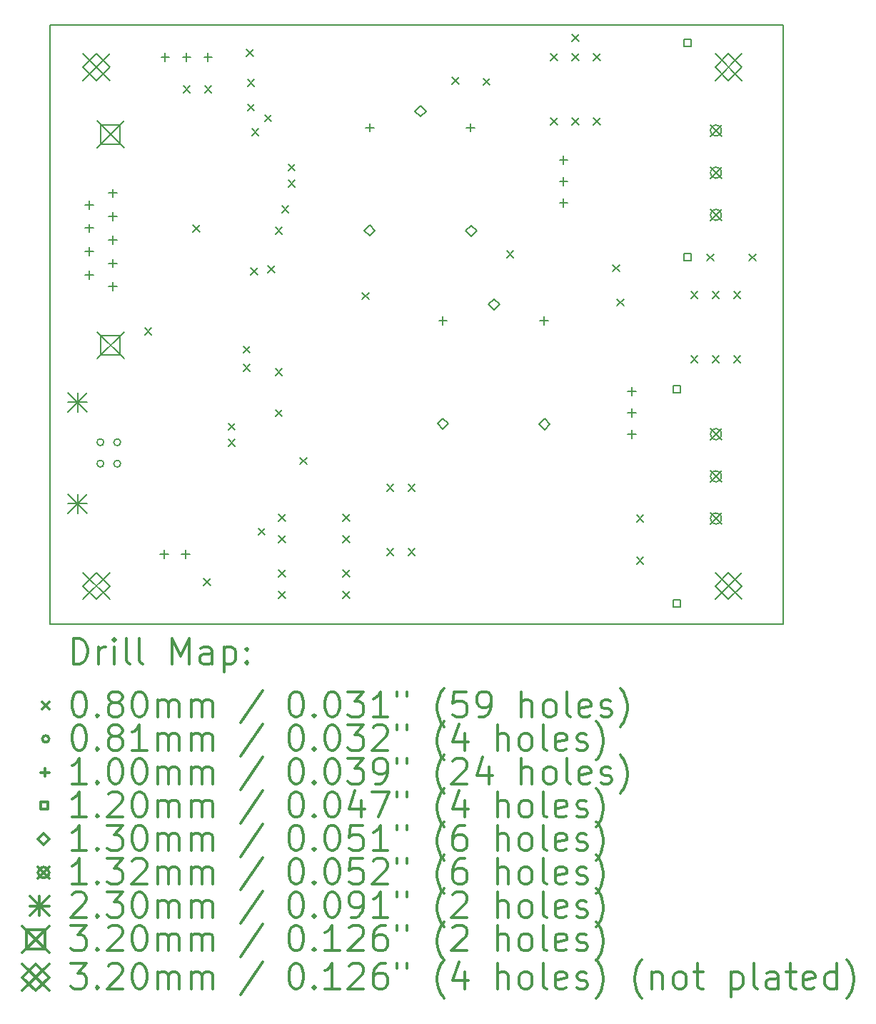
<source format=gbr>
%FSLAX45Y45*%
G04 Gerber Fmt 4.5, Leading zero omitted, Abs format (unit mm)*
G04 Created by KiCad (PCBNEW 6.0.0-rc1-unknown) date Вт 01 янв 2019 13:59:57*
%MOMM*%
%LPD*%
G04 APERTURE LIST*
%ADD10C,0.150000*%
%ADD11C,0.200000*%
%ADD12C,0.300000*%
G04 APERTURE END LIST*
D10*
X12550000Y-9300000D02*
X3850000Y-9300000D01*
X3850000Y-2200000D02*
X12550000Y-2200000D01*
X12550000Y-2200000D02*
X12550000Y-9300000D01*
X3850000Y-2200000D02*
X3850000Y-9300000D01*
D11*
X4976500Y-5789300D02*
X5056500Y-5869300D01*
X5056500Y-5789300D02*
X4976500Y-5869300D01*
X5433700Y-2919100D02*
X5513700Y-2999100D01*
X5513700Y-2919100D02*
X5433700Y-2999100D01*
X5548000Y-4570100D02*
X5628000Y-4650100D01*
X5628000Y-4570100D02*
X5548000Y-4650100D01*
X5675000Y-8761100D02*
X5755000Y-8841100D01*
X5755000Y-8761100D02*
X5675000Y-8841100D01*
X5687700Y-2919100D02*
X5767700Y-2999100D01*
X5767700Y-2919100D02*
X5687700Y-2999100D01*
X5967100Y-6919600D02*
X6047100Y-6999600D01*
X6047100Y-6919600D02*
X5967100Y-6999600D01*
X5967100Y-7110100D02*
X6047100Y-7190100D01*
X6047100Y-7110100D02*
X5967100Y-7190100D01*
X6144900Y-6005200D02*
X6224900Y-6085200D01*
X6224900Y-6005200D02*
X6144900Y-6085200D01*
X6144900Y-6221100D02*
X6224900Y-6301100D01*
X6224900Y-6221100D02*
X6144900Y-6301100D01*
X6183000Y-2487300D02*
X6263000Y-2567300D01*
X6263000Y-2487300D02*
X6183000Y-2567300D01*
X6195700Y-2842900D02*
X6275700Y-2922900D01*
X6275700Y-2842900D02*
X6195700Y-2922900D01*
X6195700Y-3135000D02*
X6275700Y-3215000D01*
X6275700Y-3135000D02*
X6195700Y-3215000D01*
X6233800Y-5078100D02*
X6313800Y-5158100D01*
X6313800Y-5078100D02*
X6233800Y-5158100D01*
X6246500Y-3427100D02*
X6326500Y-3507100D01*
X6326500Y-3427100D02*
X6246500Y-3507100D01*
X6322700Y-8164200D02*
X6402700Y-8244200D01*
X6402700Y-8164200D02*
X6322700Y-8244200D01*
X6398900Y-3262000D02*
X6478900Y-3342000D01*
X6478900Y-3262000D02*
X6398900Y-3342000D01*
X6437000Y-5052700D02*
X6517000Y-5132700D01*
X6517000Y-5052700D02*
X6437000Y-5132700D01*
X6525900Y-4595500D02*
X6605900Y-4675500D01*
X6605900Y-4595500D02*
X6525900Y-4675500D01*
X6602100Y-4341500D02*
X6682100Y-4421500D01*
X6682100Y-4341500D02*
X6602100Y-4421500D01*
X6678300Y-3846200D02*
X6758300Y-3926200D01*
X6758300Y-3846200D02*
X6678300Y-3926200D01*
X6678300Y-4036700D02*
X6758300Y-4116700D01*
X6758300Y-4036700D02*
X6678300Y-4116700D01*
X6818000Y-7326000D02*
X6898000Y-7406000D01*
X6898000Y-7326000D02*
X6818000Y-7406000D01*
X7554600Y-5370200D02*
X7634600Y-5450200D01*
X7634600Y-5370200D02*
X7554600Y-5450200D01*
X8621400Y-2817500D02*
X8701400Y-2897500D01*
X8701400Y-2817500D02*
X8621400Y-2897500D01*
X8989700Y-2830200D02*
X9069700Y-2910200D01*
X9069700Y-2830200D02*
X8989700Y-2910200D01*
X9269100Y-4874900D02*
X9349100Y-4954900D01*
X9349100Y-4874900D02*
X9269100Y-4954900D01*
X10043800Y-2309500D02*
X10123800Y-2389500D01*
X10123800Y-2309500D02*
X10043800Y-2389500D01*
X10526400Y-5040000D02*
X10606400Y-5120000D01*
X10606400Y-5040000D02*
X10526400Y-5120000D01*
X10577200Y-5446400D02*
X10657200Y-5526400D01*
X10657200Y-5446400D02*
X10577200Y-5526400D01*
X10810000Y-8010000D02*
X10890000Y-8090000D01*
X10890000Y-8010000D02*
X10810000Y-8090000D01*
X10810000Y-8510000D02*
X10890000Y-8590000D01*
X10890000Y-8510000D02*
X10810000Y-8590000D01*
X11645650Y-4913000D02*
X11725650Y-4993000D01*
X11725650Y-4913000D02*
X11645650Y-4993000D01*
X12145650Y-4913000D02*
X12225650Y-4993000D01*
X12225650Y-4913000D02*
X12145650Y-4993000D01*
X7846700Y-7643500D02*
X7926700Y-7723500D01*
X7926700Y-7643500D02*
X7846700Y-7723500D01*
X7846700Y-8405500D02*
X7926700Y-8485500D01*
X7926700Y-8405500D02*
X7846700Y-8485500D01*
X8100700Y-7643500D02*
X8180700Y-7723500D01*
X8180700Y-7643500D02*
X8100700Y-7723500D01*
X8100700Y-8405500D02*
X8180700Y-8485500D01*
X8180700Y-8405500D02*
X8100700Y-8485500D01*
X6564000Y-7999100D02*
X6644000Y-8079100D01*
X6644000Y-7999100D02*
X6564000Y-8079100D01*
X6564000Y-8253100D02*
X6644000Y-8333100D01*
X6644000Y-8253100D02*
X6564000Y-8333100D01*
X7326000Y-7999100D02*
X7406000Y-8079100D01*
X7406000Y-7999100D02*
X7326000Y-8079100D01*
X7326000Y-8253100D02*
X7406000Y-8333100D01*
X7406000Y-8253100D02*
X7326000Y-8333100D01*
X6564000Y-8659500D02*
X6644000Y-8739500D01*
X6644000Y-8659500D02*
X6564000Y-8739500D01*
X6564000Y-8913500D02*
X6644000Y-8993500D01*
X6644000Y-8913500D02*
X6564000Y-8993500D01*
X7326000Y-8659500D02*
X7406000Y-8739500D01*
X7406000Y-8659500D02*
X7326000Y-8739500D01*
X7326000Y-8913500D02*
X7406000Y-8993500D01*
X7406000Y-8913500D02*
X7326000Y-8993500D01*
X6525900Y-6271900D02*
X6605900Y-6351900D01*
X6605900Y-6271900D02*
X6525900Y-6351900D01*
X6525900Y-6759900D02*
X6605900Y-6839900D01*
X6605900Y-6759900D02*
X6525900Y-6839900D01*
X11452000Y-5360000D02*
X11532000Y-5440000D01*
X11532000Y-5360000D02*
X11452000Y-5440000D01*
X11452000Y-6122000D02*
X11532000Y-6202000D01*
X11532000Y-6122000D02*
X11452000Y-6202000D01*
X11706000Y-5360000D02*
X11786000Y-5440000D01*
X11786000Y-5360000D02*
X11706000Y-5440000D01*
X11706000Y-6122000D02*
X11786000Y-6202000D01*
X11786000Y-6122000D02*
X11706000Y-6202000D01*
X11960000Y-5360000D02*
X12040000Y-5440000D01*
X12040000Y-5360000D02*
X11960000Y-5440000D01*
X11960000Y-6122000D02*
X12040000Y-6202000D01*
X12040000Y-6122000D02*
X11960000Y-6202000D01*
X9789800Y-2538100D02*
X9869800Y-2618100D01*
X9869800Y-2538100D02*
X9789800Y-2618100D01*
X9789800Y-3300100D02*
X9869800Y-3380100D01*
X9869800Y-3300100D02*
X9789800Y-3380100D01*
X10043800Y-2538100D02*
X10123800Y-2618100D01*
X10123800Y-2538100D02*
X10043800Y-2618100D01*
X10043800Y-3300100D02*
X10123800Y-3380100D01*
X10123800Y-3300100D02*
X10043800Y-3380100D01*
X10297800Y-2538100D02*
X10377800Y-2618100D01*
X10377800Y-2538100D02*
X10297800Y-2618100D01*
X10297800Y-3300100D02*
X10377800Y-3380100D01*
X10377800Y-3300100D02*
X10297800Y-3380100D01*
X4490500Y-7146000D02*
G75*
G03X4490500Y-7146000I-40500J0D01*
G01*
X4490500Y-7400000D02*
G75*
G03X4490500Y-7400000I-40500J0D01*
G01*
X4690500Y-7146000D02*
G75*
G03X4690500Y-7146000I-40500J0D01*
G01*
X4690500Y-7400000D02*
G75*
G03X4690500Y-7400000I-40500J0D01*
G01*
X8513600Y-5656800D02*
X8513600Y-5756800D01*
X8463600Y-5706800D02*
X8563600Y-5706800D01*
X9713600Y-5656800D02*
X9713600Y-5756800D01*
X9663600Y-5706800D02*
X9763600Y-5706800D01*
X9944100Y-3747300D02*
X9944100Y-3847300D01*
X9894100Y-3797300D02*
X9994100Y-3797300D01*
X9944100Y-4001300D02*
X9944100Y-4101300D01*
X9894100Y-4051300D02*
X9994100Y-4051300D01*
X9944100Y-4255300D02*
X9944100Y-4355300D01*
X9894100Y-4305300D02*
X9994100Y-4305300D01*
X10750000Y-6492000D02*
X10750000Y-6592000D01*
X10700000Y-6542000D02*
X10800000Y-6542000D01*
X10750000Y-6746000D02*
X10750000Y-6846000D01*
X10700000Y-6796000D02*
X10800000Y-6796000D01*
X10750000Y-7000000D02*
X10750000Y-7100000D01*
X10700000Y-7050000D02*
X10800000Y-7050000D01*
X5219700Y-2528100D02*
X5219700Y-2628100D01*
X5169700Y-2578100D02*
X5269700Y-2578100D01*
X5473700Y-2528100D02*
X5473700Y-2628100D01*
X5423700Y-2578100D02*
X5523700Y-2578100D01*
X5727700Y-2528100D02*
X5727700Y-2628100D01*
X5677700Y-2578100D02*
X5777700Y-2578100D01*
X5207000Y-8420900D02*
X5207000Y-8520900D01*
X5157000Y-8470900D02*
X5257000Y-8470900D01*
X5461000Y-8420900D02*
X5461000Y-8520900D01*
X5411000Y-8470900D02*
X5511000Y-8470900D01*
X7642500Y-3364500D02*
X7642500Y-3464500D01*
X7592500Y-3414500D02*
X7692500Y-3414500D01*
X8842500Y-3364500D02*
X8842500Y-3464500D01*
X8792500Y-3414500D02*
X8892500Y-3414500D01*
X4316000Y-4280500D02*
X4316000Y-4380500D01*
X4266000Y-4330500D02*
X4366000Y-4330500D01*
X4316000Y-4557500D02*
X4316000Y-4657500D01*
X4266000Y-4607500D02*
X4366000Y-4607500D01*
X4316000Y-4834500D02*
X4316000Y-4934500D01*
X4266000Y-4884500D02*
X4366000Y-4884500D01*
X4316000Y-5111500D02*
X4316000Y-5211500D01*
X4266000Y-5161500D02*
X4366000Y-5161500D01*
X4600000Y-4142000D02*
X4600000Y-4242000D01*
X4550000Y-4192000D02*
X4650000Y-4192000D01*
X4600000Y-4419000D02*
X4600000Y-4519000D01*
X4550000Y-4469000D02*
X4650000Y-4469000D01*
X4600000Y-4696000D02*
X4600000Y-4796000D01*
X4550000Y-4746000D02*
X4650000Y-4746000D01*
X4600000Y-4973000D02*
X4600000Y-5073000D01*
X4550000Y-5023000D02*
X4650000Y-5023000D01*
X4600000Y-5250000D02*
X4600000Y-5350000D01*
X4550000Y-5300000D02*
X4650000Y-5300000D01*
X11332727Y-6557527D02*
X11332727Y-6472673D01*
X11247873Y-6472673D01*
X11247873Y-6557527D01*
X11332727Y-6557527D01*
X11332727Y-9097527D02*
X11332727Y-9012673D01*
X11247873Y-9012673D01*
X11247873Y-9097527D01*
X11332727Y-9097527D01*
X11453377Y-2455427D02*
X11453377Y-2370573D01*
X11368523Y-2370573D01*
X11368523Y-2455427D01*
X11453377Y-2455427D01*
X11453377Y-4995427D02*
X11453377Y-4910573D01*
X11368523Y-4910573D01*
X11368523Y-4995427D01*
X11453377Y-4995427D01*
X8513600Y-6991800D02*
X8578600Y-6926800D01*
X8513600Y-6861800D01*
X8448600Y-6926800D01*
X8513600Y-6991800D01*
X9118600Y-5576800D02*
X9183600Y-5511800D01*
X9118600Y-5446800D01*
X9053600Y-5511800D01*
X9118600Y-5576800D01*
X9718600Y-6996800D02*
X9783600Y-6931800D01*
X9718600Y-6866800D01*
X9653600Y-6931800D01*
X9718600Y-6996800D01*
X7642500Y-4699500D02*
X7707500Y-4634500D01*
X7642500Y-4569500D01*
X7577500Y-4634500D01*
X7642500Y-4699500D01*
X8247500Y-3284500D02*
X8312500Y-3219500D01*
X8247500Y-3154500D01*
X8182500Y-3219500D01*
X8247500Y-3284500D01*
X8847500Y-4704500D02*
X8912500Y-4639500D01*
X8847500Y-4574500D01*
X8782500Y-4639500D01*
X8847500Y-4704500D01*
X11684000Y-3384000D02*
X11816000Y-3516000D01*
X11816000Y-3384000D02*
X11684000Y-3516000D01*
X11816000Y-3450000D02*
G75*
G03X11816000Y-3450000I-66000J0D01*
G01*
X11684000Y-3884000D02*
X11816000Y-4016000D01*
X11816000Y-3884000D02*
X11684000Y-4016000D01*
X11816000Y-3950000D02*
G75*
G03X11816000Y-3950000I-66000J0D01*
G01*
X11684000Y-4384000D02*
X11816000Y-4516000D01*
X11816000Y-4384000D02*
X11684000Y-4516000D01*
X11816000Y-4450000D02*
G75*
G03X11816000Y-4450000I-66000J0D01*
G01*
X11684000Y-6984000D02*
X11816000Y-7116000D01*
X11816000Y-6984000D02*
X11684000Y-7116000D01*
X11816000Y-7050000D02*
G75*
G03X11816000Y-7050000I-66000J0D01*
G01*
X11684000Y-7484000D02*
X11816000Y-7616000D01*
X11816000Y-7484000D02*
X11684000Y-7616000D01*
X11816000Y-7550000D02*
G75*
G03X11816000Y-7550000I-66000J0D01*
G01*
X11684000Y-7984000D02*
X11816000Y-8116000D01*
X11816000Y-7984000D02*
X11684000Y-8116000D01*
X11816000Y-8050000D02*
G75*
G03X11816000Y-8050000I-66000J0D01*
G01*
X4065000Y-6558000D02*
X4295000Y-6788000D01*
X4295000Y-6558000D02*
X4065000Y-6788000D01*
X4180000Y-6558000D02*
X4180000Y-6788000D01*
X4065000Y-6673000D02*
X4295000Y-6673000D01*
X4065000Y-7758000D02*
X4295000Y-7988000D01*
X4295000Y-7758000D02*
X4065000Y-7988000D01*
X4180000Y-7758000D02*
X4180000Y-7988000D01*
X4065000Y-7873000D02*
X4295000Y-7873000D01*
X4410000Y-3336000D02*
X4730000Y-3656000D01*
X4730000Y-3336000D02*
X4410000Y-3656000D01*
X4683138Y-3609138D02*
X4683138Y-3382862D01*
X4456862Y-3382862D01*
X4456862Y-3609138D01*
X4683138Y-3609138D01*
X4410000Y-5836000D02*
X4730000Y-6156000D01*
X4730000Y-5836000D02*
X4410000Y-6156000D01*
X4683138Y-6109138D02*
X4683138Y-5882862D01*
X4456862Y-5882862D01*
X4456862Y-6109138D01*
X4683138Y-6109138D01*
X4240000Y-8690000D02*
X4560000Y-9010000D01*
X4560000Y-8690000D02*
X4240000Y-9010000D01*
X4400000Y-9010000D02*
X4560000Y-8850000D01*
X4400000Y-8690000D01*
X4240000Y-8850000D01*
X4400000Y-9010000D01*
X11740000Y-8690000D02*
X12060000Y-9010000D01*
X12060000Y-8690000D02*
X11740000Y-9010000D01*
X11900000Y-9010000D02*
X12060000Y-8850000D01*
X11900000Y-8690000D01*
X11740000Y-8850000D01*
X11900000Y-9010000D01*
X11740000Y-2540000D02*
X12060000Y-2860000D01*
X12060000Y-2540000D02*
X11740000Y-2860000D01*
X11900000Y-2860000D02*
X12060000Y-2700000D01*
X11900000Y-2540000D01*
X11740000Y-2700000D01*
X11900000Y-2860000D01*
X4240000Y-2540000D02*
X4560000Y-2860000D01*
X4560000Y-2540000D02*
X4240000Y-2860000D01*
X4400000Y-2860000D02*
X4560000Y-2700000D01*
X4400000Y-2540000D01*
X4240000Y-2700000D01*
X4400000Y-2860000D01*
D12*
X4128928Y-9773214D02*
X4128928Y-9473214D01*
X4200357Y-9473214D01*
X4243214Y-9487500D01*
X4271786Y-9516072D01*
X4286071Y-9544643D01*
X4300357Y-9601786D01*
X4300357Y-9644643D01*
X4286071Y-9701786D01*
X4271786Y-9730357D01*
X4243214Y-9758929D01*
X4200357Y-9773214D01*
X4128928Y-9773214D01*
X4428928Y-9773214D02*
X4428928Y-9573214D01*
X4428928Y-9630357D02*
X4443214Y-9601786D01*
X4457500Y-9587500D01*
X4486071Y-9573214D01*
X4514643Y-9573214D01*
X4614643Y-9773214D02*
X4614643Y-9573214D01*
X4614643Y-9473214D02*
X4600357Y-9487500D01*
X4614643Y-9501786D01*
X4628928Y-9487500D01*
X4614643Y-9473214D01*
X4614643Y-9501786D01*
X4800357Y-9773214D02*
X4771786Y-9758929D01*
X4757500Y-9730357D01*
X4757500Y-9473214D01*
X4957500Y-9773214D02*
X4928928Y-9758929D01*
X4914643Y-9730357D01*
X4914643Y-9473214D01*
X5300357Y-9773214D02*
X5300357Y-9473214D01*
X5400357Y-9687500D01*
X5500357Y-9473214D01*
X5500357Y-9773214D01*
X5771786Y-9773214D02*
X5771786Y-9616072D01*
X5757500Y-9587500D01*
X5728928Y-9573214D01*
X5671786Y-9573214D01*
X5643214Y-9587500D01*
X5771786Y-9758929D02*
X5743214Y-9773214D01*
X5671786Y-9773214D01*
X5643214Y-9758929D01*
X5628928Y-9730357D01*
X5628928Y-9701786D01*
X5643214Y-9673214D01*
X5671786Y-9658929D01*
X5743214Y-9658929D01*
X5771786Y-9644643D01*
X5914643Y-9573214D02*
X5914643Y-9873214D01*
X5914643Y-9587500D02*
X5943214Y-9573214D01*
X6000357Y-9573214D01*
X6028928Y-9587500D01*
X6043214Y-9601786D01*
X6057500Y-9630357D01*
X6057500Y-9716072D01*
X6043214Y-9744643D01*
X6028928Y-9758929D01*
X6000357Y-9773214D01*
X5943214Y-9773214D01*
X5914643Y-9758929D01*
X6186071Y-9744643D02*
X6200357Y-9758929D01*
X6186071Y-9773214D01*
X6171786Y-9758929D01*
X6186071Y-9744643D01*
X6186071Y-9773214D01*
X6186071Y-9587500D02*
X6200357Y-9601786D01*
X6186071Y-9616072D01*
X6171786Y-9601786D01*
X6186071Y-9587500D01*
X6186071Y-9616072D01*
X3762500Y-10227500D02*
X3842500Y-10307500D01*
X3842500Y-10227500D02*
X3762500Y-10307500D01*
X4186071Y-10103214D02*
X4214643Y-10103214D01*
X4243214Y-10117500D01*
X4257500Y-10131786D01*
X4271786Y-10160357D01*
X4286071Y-10217500D01*
X4286071Y-10288929D01*
X4271786Y-10346072D01*
X4257500Y-10374643D01*
X4243214Y-10388929D01*
X4214643Y-10403214D01*
X4186071Y-10403214D01*
X4157500Y-10388929D01*
X4143214Y-10374643D01*
X4128928Y-10346072D01*
X4114643Y-10288929D01*
X4114643Y-10217500D01*
X4128928Y-10160357D01*
X4143214Y-10131786D01*
X4157500Y-10117500D01*
X4186071Y-10103214D01*
X4414643Y-10374643D02*
X4428928Y-10388929D01*
X4414643Y-10403214D01*
X4400357Y-10388929D01*
X4414643Y-10374643D01*
X4414643Y-10403214D01*
X4600357Y-10231786D02*
X4571786Y-10217500D01*
X4557500Y-10203214D01*
X4543214Y-10174643D01*
X4543214Y-10160357D01*
X4557500Y-10131786D01*
X4571786Y-10117500D01*
X4600357Y-10103214D01*
X4657500Y-10103214D01*
X4686071Y-10117500D01*
X4700357Y-10131786D01*
X4714643Y-10160357D01*
X4714643Y-10174643D01*
X4700357Y-10203214D01*
X4686071Y-10217500D01*
X4657500Y-10231786D01*
X4600357Y-10231786D01*
X4571786Y-10246072D01*
X4557500Y-10260357D01*
X4543214Y-10288929D01*
X4543214Y-10346072D01*
X4557500Y-10374643D01*
X4571786Y-10388929D01*
X4600357Y-10403214D01*
X4657500Y-10403214D01*
X4686071Y-10388929D01*
X4700357Y-10374643D01*
X4714643Y-10346072D01*
X4714643Y-10288929D01*
X4700357Y-10260357D01*
X4686071Y-10246072D01*
X4657500Y-10231786D01*
X4900357Y-10103214D02*
X4928928Y-10103214D01*
X4957500Y-10117500D01*
X4971786Y-10131786D01*
X4986071Y-10160357D01*
X5000357Y-10217500D01*
X5000357Y-10288929D01*
X4986071Y-10346072D01*
X4971786Y-10374643D01*
X4957500Y-10388929D01*
X4928928Y-10403214D01*
X4900357Y-10403214D01*
X4871786Y-10388929D01*
X4857500Y-10374643D01*
X4843214Y-10346072D01*
X4828928Y-10288929D01*
X4828928Y-10217500D01*
X4843214Y-10160357D01*
X4857500Y-10131786D01*
X4871786Y-10117500D01*
X4900357Y-10103214D01*
X5128928Y-10403214D02*
X5128928Y-10203214D01*
X5128928Y-10231786D02*
X5143214Y-10217500D01*
X5171786Y-10203214D01*
X5214643Y-10203214D01*
X5243214Y-10217500D01*
X5257500Y-10246072D01*
X5257500Y-10403214D01*
X5257500Y-10246072D02*
X5271786Y-10217500D01*
X5300357Y-10203214D01*
X5343214Y-10203214D01*
X5371786Y-10217500D01*
X5386071Y-10246072D01*
X5386071Y-10403214D01*
X5528928Y-10403214D02*
X5528928Y-10203214D01*
X5528928Y-10231786D02*
X5543214Y-10217500D01*
X5571786Y-10203214D01*
X5614643Y-10203214D01*
X5643214Y-10217500D01*
X5657500Y-10246072D01*
X5657500Y-10403214D01*
X5657500Y-10246072D02*
X5671786Y-10217500D01*
X5700357Y-10203214D01*
X5743214Y-10203214D01*
X5771786Y-10217500D01*
X5786071Y-10246072D01*
X5786071Y-10403214D01*
X6371786Y-10088929D02*
X6114643Y-10474643D01*
X6757500Y-10103214D02*
X6786071Y-10103214D01*
X6814643Y-10117500D01*
X6828928Y-10131786D01*
X6843214Y-10160357D01*
X6857500Y-10217500D01*
X6857500Y-10288929D01*
X6843214Y-10346072D01*
X6828928Y-10374643D01*
X6814643Y-10388929D01*
X6786071Y-10403214D01*
X6757500Y-10403214D01*
X6728928Y-10388929D01*
X6714643Y-10374643D01*
X6700357Y-10346072D01*
X6686071Y-10288929D01*
X6686071Y-10217500D01*
X6700357Y-10160357D01*
X6714643Y-10131786D01*
X6728928Y-10117500D01*
X6757500Y-10103214D01*
X6986071Y-10374643D02*
X7000357Y-10388929D01*
X6986071Y-10403214D01*
X6971786Y-10388929D01*
X6986071Y-10374643D01*
X6986071Y-10403214D01*
X7186071Y-10103214D02*
X7214643Y-10103214D01*
X7243214Y-10117500D01*
X7257500Y-10131786D01*
X7271786Y-10160357D01*
X7286071Y-10217500D01*
X7286071Y-10288929D01*
X7271786Y-10346072D01*
X7257500Y-10374643D01*
X7243214Y-10388929D01*
X7214643Y-10403214D01*
X7186071Y-10403214D01*
X7157500Y-10388929D01*
X7143214Y-10374643D01*
X7128928Y-10346072D01*
X7114643Y-10288929D01*
X7114643Y-10217500D01*
X7128928Y-10160357D01*
X7143214Y-10131786D01*
X7157500Y-10117500D01*
X7186071Y-10103214D01*
X7386071Y-10103214D02*
X7571786Y-10103214D01*
X7471786Y-10217500D01*
X7514643Y-10217500D01*
X7543214Y-10231786D01*
X7557500Y-10246072D01*
X7571786Y-10274643D01*
X7571786Y-10346072D01*
X7557500Y-10374643D01*
X7543214Y-10388929D01*
X7514643Y-10403214D01*
X7428928Y-10403214D01*
X7400357Y-10388929D01*
X7386071Y-10374643D01*
X7857500Y-10403214D02*
X7686071Y-10403214D01*
X7771786Y-10403214D02*
X7771786Y-10103214D01*
X7743214Y-10146072D01*
X7714643Y-10174643D01*
X7686071Y-10188929D01*
X7971786Y-10103214D02*
X7971786Y-10160357D01*
X8086071Y-10103214D02*
X8086071Y-10160357D01*
X8528928Y-10517500D02*
X8514643Y-10503214D01*
X8486071Y-10460357D01*
X8471786Y-10431786D01*
X8457500Y-10388929D01*
X8443214Y-10317500D01*
X8443214Y-10260357D01*
X8457500Y-10188929D01*
X8471786Y-10146072D01*
X8486071Y-10117500D01*
X8514643Y-10074643D01*
X8528928Y-10060357D01*
X8786071Y-10103214D02*
X8643214Y-10103214D01*
X8628928Y-10246072D01*
X8643214Y-10231786D01*
X8671786Y-10217500D01*
X8743214Y-10217500D01*
X8771786Y-10231786D01*
X8786071Y-10246072D01*
X8800357Y-10274643D01*
X8800357Y-10346072D01*
X8786071Y-10374643D01*
X8771786Y-10388929D01*
X8743214Y-10403214D01*
X8671786Y-10403214D01*
X8643214Y-10388929D01*
X8628928Y-10374643D01*
X8943214Y-10403214D02*
X9000357Y-10403214D01*
X9028928Y-10388929D01*
X9043214Y-10374643D01*
X9071786Y-10331786D01*
X9086071Y-10274643D01*
X9086071Y-10160357D01*
X9071786Y-10131786D01*
X9057500Y-10117500D01*
X9028928Y-10103214D01*
X8971786Y-10103214D01*
X8943214Y-10117500D01*
X8928928Y-10131786D01*
X8914643Y-10160357D01*
X8914643Y-10231786D01*
X8928928Y-10260357D01*
X8943214Y-10274643D01*
X8971786Y-10288929D01*
X9028928Y-10288929D01*
X9057500Y-10274643D01*
X9071786Y-10260357D01*
X9086071Y-10231786D01*
X9443214Y-10403214D02*
X9443214Y-10103214D01*
X9571786Y-10403214D02*
X9571786Y-10246072D01*
X9557500Y-10217500D01*
X9528928Y-10203214D01*
X9486071Y-10203214D01*
X9457500Y-10217500D01*
X9443214Y-10231786D01*
X9757500Y-10403214D02*
X9728928Y-10388929D01*
X9714643Y-10374643D01*
X9700357Y-10346072D01*
X9700357Y-10260357D01*
X9714643Y-10231786D01*
X9728928Y-10217500D01*
X9757500Y-10203214D01*
X9800357Y-10203214D01*
X9828928Y-10217500D01*
X9843214Y-10231786D01*
X9857500Y-10260357D01*
X9857500Y-10346072D01*
X9843214Y-10374643D01*
X9828928Y-10388929D01*
X9800357Y-10403214D01*
X9757500Y-10403214D01*
X10028928Y-10403214D02*
X10000357Y-10388929D01*
X9986071Y-10360357D01*
X9986071Y-10103214D01*
X10257500Y-10388929D02*
X10228928Y-10403214D01*
X10171786Y-10403214D01*
X10143214Y-10388929D01*
X10128928Y-10360357D01*
X10128928Y-10246072D01*
X10143214Y-10217500D01*
X10171786Y-10203214D01*
X10228928Y-10203214D01*
X10257500Y-10217500D01*
X10271786Y-10246072D01*
X10271786Y-10274643D01*
X10128928Y-10303214D01*
X10386071Y-10388929D02*
X10414643Y-10403214D01*
X10471786Y-10403214D01*
X10500357Y-10388929D01*
X10514643Y-10360357D01*
X10514643Y-10346072D01*
X10500357Y-10317500D01*
X10471786Y-10303214D01*
X10428928Y-10303214D01*
X10400357Y-10288929D01*
X10386071Y-10260357D01*
X10386071Y-10246072D01*
X10400357Y-10217500D01*
X10428928Y-10203214D01*
X10471786Y-10203214D01*
X10500357Y-10217500D01*
X10614643Y-10517500D02*
X10628928Y-10503214D01*
X10657500Y-10460357D01*
X10671786Y-10431786D01*
X10686071Y-10388929D01*
X10700357Y-10317500D01*
X10700357Y-10260357D01*
X10686071Y-10188929D01*
X10671786Y-10146072D01*
X10657500Y-10117500D01*
X10628928Y-10074643D01*
X10614643Y-10060357D01*
X3842500Y-10663500D02*
G75*
G03X3842500Y-10663500I-40500J0D01*
G01*
X4186071Y-10499214D02*
X4214643Y-10499214D01*
X4243214Y-10513500D01*
X4257500Y-10527786D01*
X4271786Y-10556357D01*
X4286071Y-10613500D01*
X4286071Y-10684929D01*
X4271786Y-10742072D01*
X4257500Y-10770643D01*
X4243214Y-10784929D01*
X4214643Y-10799214D01*
X4186071Y-10799214D01*
X4157500Y-10784929D01*
X4143214Y-10770643D01*
X4128928Y-10742072D01*
X4114643Y-10684929D01*
X4114643Y-10613500D01*
X4128928Y-10556357D01*
X4143214Y-10527786D01*
X4157500Y-10513500D01*
X4186071Y-10499214D01*
X4414643Y-10770643D02*
X4428928Y-10784929D01*
X4414643Y-10799214D01*
X4400357Y-10784929D01*
X4414643Y-10770643D01*
X4414643Y-10799214D01*
X4600357Y-10627786D02*
X4571786Y-10613500D01*
X4557500Y-10599214D01*
X4543214Y-10570643D01*
X4543214Y-10556357D01*
X4557500Y-10527786D01*
X4571786Y-10513500D01*
X4600357Y-10499214D01*
X4657500Y-10499214D01*
X4686071Y-10513500D01*
X4700357Y-10527786D01*
X4714643Y-10556357D01*
X4714643Y-10570643D01*
X4700357Y-10599214D01*
X4686071Y-10613500D01*
X4657500Y-10627786D01*
X4600357Y-10627786D01*
X4571786Y-10642072D01*
X4557500Y-10656357D01*
X4543214Y-10684929D01*
X4543214Y-10742072D01*
X4557500Y-10770643D01*
X4571786Y-10784929D01*
X4600357Y-10799214D01*
X4657500Y-10799214D01*
X4686071Y-10784929D01*
X4700357Y-10770643D01*
X4714643Y-10742072D01*
X4714643Y-10684929D01*
X4700357Y-10656357D01*
X4686071Y-10642072D01*
X4657500Y-10627786D01*
X5000357Y-10799214D02*
X4828928Y-10799214D01*
X4914643Y-10799214D02*
X4914643Y-10499214D01*
X4886071Y-10542072D01*
X4857500Y-10570643D01*
X4828928Y-10584929D01*
X5128928Y-10799214D02*
X5128928Y-10599214D01*
X5128928Y-10627786D02*
X5143214Y-10613500D01*
X5171786Y-10599214D01*
X5214643Y-10599214D01*
X5243214Y-10613500D01*
X5257500Y-10642072D01*
X5257500Y-10799214D01*
X5257500Y-10642072D02*
X5271786Y-10613500D01*
X5300357Y-10599214D01*
X5343214Y-10599214D01*
X5371786Y-10613500D01*
X5386071Y-10642072D01*
X5386071Y-10799214D01*
X5528928Y-10799214D02*
X5528928Y-10599214D01*
X5528928Y-10627786D02*
X5543214Y-10613500D01*
X5571786Y-10599214D01*
X5614643Y-10599214D01*
X5643214Y-10613500D01*
X5657500Y-10642072D01*
X5657500Y-10799214D01*
X5657500Y-10642072D02*
X5671786Y-10613500D01*
X5700357Y-10599214D01*
X5743214Y-10599214D01*
X5771786Y-10613500D01*
X5786071Y-10642072D01*
X5786071Y-10799214D01*
X6371786Y-10484929D02*
X6114643Y-10870643D01*
X6757500Y-10499214D02*
X6786071Y-10499214D01*
X6814643Y-10513500D01*
X6828928Y-10527786D01*
X6843214Y-10556357D01*
X6857500Y-10613500D01*
X6857500Y-10684929D01*
X6843214Y-10742072D01*
X6828928Y-10770643D01*
X6814643Y-10784929D01*
X6786071Y-10799214D01*
X6757500Y-10799214D01*
X6728928Y-10784929D01*
X6714643Y-10770643D01*
X6700357Y-10742072D01*
X6686071Y-10684929D01*
X6686071Y-10613500D01*
X6700357Y-10556357D01*
X6714643Y-10527786D01*
X6728928Y-10513500D01*
X6757500Y-10499214D01*
X6986071Y-10770643D02*
X7000357Y-10784929D01*
X6986071Y-10799214D01*
X6971786Y-10784929D01*
X6986071Y-10770643D01*
X6986071Y-10799214D01*
X7186071Y-10499214D02*
X7214643Y-10499214D01*
X7243214Y-10513500D01*
X7257500Y-10527786D01*
X7271786Y-10556357D01*
X7286071Y-10613500D01*
X7286071Y-10684929D01*
X7271786Y-10742072D01*
X7257500Y-10770643D01*
X7243214Y-10784929D01*
X7214643Y-10799214D01*
X7186071Y-10799214D01*
X7157500Y-10784929D01*
X7143214Y-10770643D01*
X7128928Y-10742072D01*
X7114643Y-10684929D01*
X7114643Y-10613500D01*
X7128928Y-10556357D01*
X7143214Y-10527786D01*
X7157500Y-10513500D01*
X7186071Y-10499214D01*
X7386071Y-10499214D02*
X7571786Y-10499214D01*
X7471786Y-10613500D01*
X7514643Y-10613500D01*
X7543214Y-10627786D01*
X7557500Y-10642072D01*
X7571786Y-10670643D01*
X7571786Y-10742072D01*
X7557500Y-10770643D01*
X7543214Y-10784929D01*
X7514643Y-10799214D01*
X7428928Y-10799214D01*
X7400357Y-10784929D01*
X7386071Y-10770643D01*
X7686071Y-10527786D02*
X7700357Y-10513500D01*
X7728928Y-10499214D01*
X7800357Y-10499214D01*
X7828928Y-10513500D01*
X7843214Y-10527786D01*
X7857500Y-10556357D01*
X7857500Y-10584929D01*
X7843214Y-10627786D01*
X7671786Y-10799214D01*
X7857500Y-10799214D01*
X7971786Y-10499214D02*
X7971786Y-10556357D01*
X8086071Y-10499214D02*
X8086071Y-10556357D01*
X8528928Y-10913500D02*
X8514643Y-10899214D01*
X8486071Y-10856357D01*
X8471786Y-10827786D01*
X8457500Y-10784929D01*
X8443214Y-10713500D01*
X8443214Y-10656357D01*
X8457500Y-10584929D01*
X8471786Y-10542072D01*
X8486071Y-10513500D01*
X8514643Y-10470643D01*
X8528928Y-10456357D01*
X8771786Y-10599214D02*
X8771786Y-10799214D01*
X8700357Y-10484929D02*
X8628928Y-10699214D01*
X8814643Y-10699214D01*
X9157500Y-10799214D02*
X9157500Y-10499214D01*
X9286071Y-10799214D02*
X9286071Y-10642072D01*
X9271786Y-10613500D01*
X9243214Y-10599214D01*
X9200357Y-10599214D01*
X9171786Y-10613500D01*
X9157500Y-10627786D01*
X9471786Y-10799214D02*
X9443214Y-10784929D01*
X9428928Y-10770643D01*
X9414643Y-10742072D01*
X9414643Y-10656357D01*
X9428928Y-10627786D01*
X9443214Y-10613500D01*
X9471786Y-10599214D01*
X9514643Y-10599214D01*
X9543214Y-10613500D01*
X9557500Y-10627786D01*
X9571786Y-10656357D01*
X9571786Y-10742072D01*
X9557500Y-10770643D01*
X9543214Y-10784929D01*
X9514643Y-10799214D01*
X9471786Y-10799214D01*
X9743214Y-10799214D02*
X9714643Y-10784929D01*
X9700357Y-10756357D01*
X9700357Y-10499214D01*
X9971786Y-10784929D02*
X9943214Y-10799214D01*
X9886071Y-10799214D01*
X9857500Y-10784929D01*
X9843214Y-10756357D01*
X9843214Y-10642072D01*
X9857500Y-10613500D01*
X9886071Y-10599214D01*
X9943214Y-10599214D01*
X9971786Y-10613500D01*
X9986071Y-10642072D01*
X9986071Y-10670643D01*
X9843214Y-10699214D01*
X10100357Y-10784929D02*
X10128928Y-10799214D01*
X10186071Y-10799214D01*
X10214643Y-10784929D01*
X10228928Y-10756357D01*
X10228928Y-10742072D01*
X10214643Y-10713500D01*
X10186071Y-10699214D01*
X10143214Y-10699214D01*
X10114643Y-10684929D01*
X10100357Y-10656357D01*
X10100357Y-10642072D01*
X10114643Y-10613500D01*
X10143214Y-10599214D01*
X10186071Y-10599214D01*
X10214643Y-10613500D01*
X10328928Y-10913500D02*
X10343214Y-10899214D01*
X10371786Y-10856357D01*
X10386071Y-10827786D01*
X10400357Y-10784929D01*
X10414643Y-10713500D01*
X10414643Y-10656357D01*
X10400357Y-10584929D01*
X10386071Y-10542072D01*
X10371786Y-10513500D01*
X10343214Y-10470643D01*
X10328928Y-10456357D01*
X3792500Y-11009500D02*
X3792500Y-11109500D01*
X3742500Y-11059500D02*
X3842500Y-11059500D01*
X4286071Y-11195214D02*
X4114643Y-11195214D01*
X4200357Y-11195214D02*
X4200357Y-10895214D01*
X4171786Y-10938072D01*
X4143214Y-10966643D01*
X4114643Y-10980929D01*
X4414643Y-11166643D02*
X4428928Y-11180929D01*
X4414643Y-11195214D01*
X4400357Y-11180929D01*
X4414643Y-11166643D01*
X4414643Y-11195214D01*
X4614643Y-10895214D02*
X4643214Y-10895214D01*
X4671786Y-10909500D01*
X4686071Y-10923786D01*
X4700357Y-10952357D01*
X4714643Y-11009500D01*
X4714643Y-11080929D01*
X4700357Y-11138072D01*
X4686071Y-11166643D01*
X4671786Y-11180929D01*
X4643214Y-11195214D01*
X4614643Y-11195214D01*
X4586071Y-11180929D01*
X4571786Y-11166643D01*
X4557500Y-11138072D01*
X4543214Y-11080929D01*
X4543214Y-11009500D01*
X4557500Y-10952357D01*
X4571786Y-10923786D01*
X4586071Y-10909500D01*
X4614643Y-10895214D01*
X4900357Y-10895214D02*
X4928928Y-10895214D01*
X4957500Y-10909500D01*
X4971786Y-10923786D01*
X4986071Y-10952357D01*
X5000357Y-11009500D01*
X5000357Y-11080929D01*
X4986071Y-11138072D01*
X4971786Y-11166643D01*
X4957500Y-11180929D01*
X4928928Y-11195214D01*
X4900357Y-11195214D01*
X4871786Y-11180929D01*
X4857500Y-11166643D01*
X4843214Y-11138072D01*
X4828928Y-11080929D01*
X4828928Y-11009500D01*
X4843214Y-10952357D01*
X4857500Y-10923786D01*
X4871786Y-10909500D01*
X4900357Y-10895214D01*
X5128928Y-11195214D02*
X5128928Y-10995214D01*
X5128928Y-11023786D02*
X5143214Y-11009500D01*
X5171786Y-10995214D01*
X5214643Y-10995214D01*
X5243214Y-11009500D01*
X5257500Y-11038072D01*
X5257500Y-11195214D01*
X5257500Y-11038072D02*
X5271786Y-11009500D01*
X5300357Y-10995214D01*
X5343214Y-10995214D01*
X5371786Y-11009500D01*
X5386071Y-11038072D01*
X5386071Y-11195214D01*
X5528928Y-11195214D02*
X5528928Y-10995214D01*
X5528928Y-11023786D02*
X5543214Y-11009500D01*
X5571786Y-10995214D01*
X5614643Y-10995214D01*
X5643214Y-11009500D01*
X5657500Y-11038072D01*
X5657500Y-11195214D01*
X5657500Y-11038072D02*
X5671786Y-11009500D01*
X5700357Y-10995214D01*
X5743214Y-10995214D01*
X5771786Y-11009500D01*
X5786071Y-11038072D01*
X5786071Y-11195214D01*
X6371786Y-10880929D02*
X6114643Y-11266643D01*
X6757500Y-10895214D02*
X6786071Y-10895214D01*
X6814643Y-10909500D01*
X6828928Y-10923786D01*
X6843214Y-10952357D01*
X6857500Y-11009500D01*
X6857500Y-11080929D01*
X6843214Y-11138072D01*
X6828928Y-11166643D01*
X6814643Y-11180929D01*
X6786071Y-11195214D01*
X6757500Y-11195214D01*
X6728928Y-11180929D01*
X6714643Y-11166643D01*
X6700357Y-11138072D01*
X6686071Y-11080929D01*
X6686071Y-11009500D01*
X6700357Y-10952357D01*
X6714643Y-10923786D01*
X6728928Y-10909500D01*
X6757500Y-10895214D01*
X6986071Y-11166643D02*
X7000357Y-11180929D01*
X6986071Y-11195214D01*
X6971786Y-11180929D01*
X6986071Y-11166643D01*
X6986071Y-11195214D01*
X7186071Y-10895214D02*
X7214643Y-10895214D01*
X7243214Y-10909500D01*
X7257500Y-10923786D01*
X7271786Y-10952357D01*
X7286071Y-11009500D01*
X7286071Y-11080929D01*
X7271786Y-11138072D01*
X7257500Y-11166643D01*
X7243214Y-11180929D01*
X7214643Y-11195214D01*
X7186071Y-11195214D01*
X7157500Y-11180929D01*
X7143214Y-11166643D01*
X7128928Y-11138072D01*
X7114643Y-11080929D01*
X7114643Y-11009500D01*
X7128928Y-10952357D01*
X7143214Y-10923786D01*
X7157500Y-10909500D01*
X7186071Y-10895214D01*
X7386071Y-10895214D02*
X7571786Y-10895214D01*
X7471786Y-11009500D01*
X7514643Y-11009500D01*
X7543214Y-11023786D01*
X7557500Y-11038072D01*
X7571786Y-11066643D01*
X7571786Y-11138072D01*
X7557500Y-11166643D01*
X7543214Y-11180929D01*
X7514643Y-11195214D01*
X7428928Y-11195214D01*
X7400357Y-11180929D01*
X7386071Y-11166643D01*
X7714643Y-11195214D02*
X7771786Y-11195214D01*
X7800357Y-11180929D01*
X7814643Y-11166643D01*
X7843214Y-11123786D01*
X7857500Y-11066643D01*
X7857500Y-10952357D01*
X7843214Y-10923786D01*
X7828928Y-10909500D01*
X7800357Y-10895214D01*
X7743214Y-10895214D01*
X7714643Y-10909500D01*
X7700357Y-10923786D01*
X7686071Y-10952357D01*
X7686071Y-11023786D01*
X7700357Y-11052357D01*
X7714643Y-11066643D01*
X7743214Y-11080929D01*
X7800357Y-11080929D01*
X7828928Y-11066643D01*
X7843214Y-11052357D01*
X7857500Y-11023786D01*
X7971786Y-10895214D02*
X7971786Y-10952357D01*
X8086071Y-10895214D02*
X8086071Y-10952357D01*
X8528928Y-11309500D02*
X8514643Y-11295214D01*
X8486071Y-11252357D01*
X8471786Y-11223786D01*
X8457500Y-11180929D01*
X8443214Y-11109500D01*
X8443214Y-11052357D01*
X8457500Y-10980929D01*
X8471786Y-10938072D01*
X8486071Y-10909500D01*
X8514643Y-10866643D01*
X8528928Y-10852357D01*
X8628928Y-10923786D02*
X8643214Y-10909500D01*
X8671786Y-10895214D01*
X8743214Y-10895214D01*
X8771786Y-10909500D01*
X8786071Y-10923786D01*
X8800357Y-10952357D01*
X8800357Y-10980929D01*
X8786071Y-11023786D01*
X8614643Y-11195214D01*
X8800357Y-11195214D01*
X9057500Y-10995214D02*
X9057500Y-11195214D01*
X8986071Y-10880929D02*
X8914643Y-11095214D01*
X9100357Y-11095214D01*
X9443214Y-11195214D02*
X9443214Y-10895214D01*
X9571786Y-11195214D02*
X9571786Y-11038072D01*
X9557500Y-11009500D01*
X9528928Y-10995214D01*
X9486071Y-10995214D01*
X9457500Y-11009500D01*
X9443214Y-11023786D01*
X9757500Y-11195214D02*
X9728928Y-11180929D01*
X9714643Y-11166643D01*
X9700357Y-11138072D01*
X9700357Y-11052357D01*
X9714643Y-11023786D01*
X9728928Y-11009500D01*
X9757500Y-10995214D01*
X9800357Y-10995214D01*
X9828928Y-11009500D01*
X9843214Y-11023786D01*
X9857500Y-11052357D01*
X9857500Y-11138072D01*
X9843214Y-11166643D01*
X9828928Y-11180929D01*
X9800357Y-11195214D01*
X9757500Y-11195214D01*
X10028928Y-11195214D02*
X10000357Y-11180929D01*
X9986071Y-11152357D01*
X9986071Y-10895214D01*
X10257500Y-11180929D02*
X10228928Y-11195214D01*
X10171786Y-11195214D01*
X10143214Y-11180929D01*
X10128928Y-11152357D01*
X10128928Y-11038072D01*
X10143214Y-11009500D01*
X10171786Y-10995214D01*
X10228928Y-10995214D01*
X10257500Y-11009500D01*
X10271786Y-11038072D01*
X10271786Y-11066643D01*
X10128928Y-11095214D01*
X10386071Y-11180929D02*
X10414643Y-11195214D01*
X10471786Y-11195214D01*
X10500357Y-11180929D01*
X10514643Y-11152357D01*
X10514643Y-11138072D01*
X10500357Y-11109500D01*
X10471786Y-11095214D01*
X10428928Y-11095214D01*
X10400357Y-11080929D01*
X10386071Y-11052357D01*
X10386071Y-11038072D01*
X10400357Y-11009500D01*
X10428928Y-10995214D01*
X10471786Y-10995214D01*
X10500357Y-11009500D01*
X10614643Y-11309500D02*
X10628928Y-11295214D01*
X10657500Y-11252357D01*
X10671786Y-11223786D01*
X10686071Y-11180929D01*
X10700357Y-11109500D01*
X10700357Y-11052357D01*
X10686071Y-10980929D01*
X10671786Y-10938072D01*
X10657500Y-10909500D01*
X10628928Y-10866643D01*
X10614643Y-10852357D01*
X3824927Y-11497927D02*
X3824927Y-11413073D01*
X3740073Y-11413073D01*
X3740073Y-11497927D01*
X3824927Y-11497927D01*
X4286071Y-11591214D02*
X4114643Y-11591214D01*
X4200357Y-11591214D02*
X4200357Y-11291214D01*
X4171786Y-11334071D01*
X4143214Y-11362643D01*
X4114643Y-11376929D01*
X4414643Y-11562643D02*
X4428928Y-11576929D01*
X4414643Y-11591214D01*
X4400357Y-11576929D01*
X4414643Y-11562643D01*
X4414643Y-11591214D01*
X4543214Y-11319786D02*
X4557500Y-11305500D01*
X4586071Y-11291214D01*
X4657500Y-11291214D01*
X4686071Y-11305500D01*
X4700357Y-11319786D01*
X4714643Y-11348357D01*
X4714643Y-11376929D01*
X4700357Y-11419786D01*
X4528928Y-11591214D01*
X4714643Y-11591214D01*
X4900357Y-11291214D02*
X4928928Y-11291214D01*
X4957500Y-11305500D01*
X4971786Y-11319786D01*
X4986071Y-11348357D01*
X5000357Y-11405500D01*
X5000357Y-11476929D01*
X4986071Y-11534071D01*
X4971786Y-11562643D01*
X4957500Y-11576929D01*
X4928928Y-11591214D01*
X4900357Y-11591214D01*
X4871786Y-11576929D01*
X4857500Y-11562643D01*
X4843214Y-11534071D01*
X4828928Y-11476929D01*
X4828928Y-11405500D01*
X4843214Y-11348357D01*
X4857500Y-11319786D01*
X4871786Y-11305500D01*
X4900357Y-11291214D01*
X5128928Y-11591214D02*
X5128928Y-11391214D01*
X5128928Y-11419786D02*
X5143214Y-11405500D01*
X5171786Y-11391214D01*
X5214643Y-11391214D01*
X5243214Y-11405500D01*
X5257500Y-11434071D01*
X5257500Y-11591214D01*
X5257500Y-11434071D02*
X5271786Y-11405500D01*
X5300357Y-11391214D01*
X5343214Y-11391214D01*
X5371786Y-11405500D01*
X5386071Y-11434071D01*
X5386071Y-11591214D01*
X5528928Y-11591214D02*
X5528928Y-11391214D01*
X5528928Y-11419786D02*
X5543214Y-11405500D01*
X5571786Y-11391214D01*
X5614643Y-11391214D01*
X5643214Y-11405500D01*
X5657500Y-11434071D01*
X5657500Y-11591214D01*
X5657500Y-11434071D02*
X5671786Y-11405500D01*
X5700357Y-11391214D01*
X5743214Y-11391214D01*
X5771786Y-11405500D01*
X5786071Y-11434071D01*
X5786071Y-11591214D01*
X6371786Y-11276929D02*
X6114643Y-11662643D01*
X6757500Y-11291214D02*
X6786071Y-11291214D01*
X6814643Y-11305500D01*
X6828928Y-11319786D01*
X6843214Y-11348357D01*
X6857500Y-11405500D01*
X6857500Y-11476929D01*
X6843214Y-11534071D01*
X6828928Y-11562643D01*
X6814643Y-11576929D01*
X6786071Y-11591214D01*
X6757500Y-11591214D01*
X6728928Y-11576929D01*
X6714643Y-11562643D01*
X6700357Y-11534071D01*
X6686071Y-11476929D01*
X6686071Y-11405500D01*
X6700357Y-11348357D01*
X6714643Y-11319786D01*
X6728928Y-11305500D01*
X6757500Y-11291214D01*
X6986071Y-11562643D02*
X7000357Y-11576929D01*
X6986071Y-11591214D01*
X6971786Y-11576929D01*
X6986071Y-11562643D01*
X6986071Y-11591214D01*
X7186071Y-11291214D02*
X7214643Y-11291214D01*
X7243214Y-11305500D01*
X7257500Y-11319786D01*
X7271786Y-11348357D01*
X7286071Y-11405500D01*
X7286071Y-11476929D01*
X7271786Y-11534071D01*
X7257500Y-11562643D01*
X7243214Y-11576929D01*
X7214643Y-11591214D01*
X7186071Y-11591214D01*
X7157500Y-11576929D01*
X7143214Y-11562643D01*
X7128928Y-11534071D01*
X7114643Y-11476929D01*
X7114643Y-11405500D01*
X7128928Y-11348357D01*
X7143214Y-11319786D01*
X7157500Y-11305500D01*
X7186071Y-11291214D01*
X7543214Y-11391214D02*
X7543214Y-11591214D01*
X7471786Y-11276929D02*
X7400357Y-11491214D01*
X7586071Y-11491214D01*
X7671786Y-11291214D02*
X7871786Y-11291214D01*
X7743214Y-11591214D01*
X7971786Y-11291214D02*
X7971786Y-11348357D01*
X8086071Y-11291214D02*
X8086071Y-11348357D01*
X8528928Y-11705500D02*
X8514643Y-11691214D01*
X8486071Y-11648357D01*
X8471786Y-11619786D01*
X8457500Y-11576929D01*
X8443214Y-11505500D01*
X8443214Y-11448357D01*
X8457500Y-11376929D01*
X8471786Y-11334071D01*
X8486071Y-11305500D01*
X8514643Y-11262643D01*
X8528928Y-11248357D01*
X8771786Y-11391214D02*
X8771786Y-11591214D01*
X8700357Y-11276929D02*
X8628928Y-11491214D01*
X8814643Y-11491214D01*
X9157500Y-11591214D02*
X9157500Y-11291214D01*
X9286071Y-11591214D02*
X9286071Y-11434071D01*
X9271786Y-11405500D01*
X9243214Y-11391214D01*
X9200357Y-11391214D01*
X9171786Y-11405500D01*
X9157500Y-11419786D01*
X9471786Y-11591214D02*
X9443214Y-11576929D01*
X9428928Y-11562643D01*
X9414643Y-11534071D01*
X9414643Y-11448357D01*
X9428928Y-11419786D01*
X9443214Y-11405500D01*
X9471786Y-11391214D01*
X9514643Y-11391214D01*
X9543214Y-11405500D01*
X9557500Y-11419786D01*
X9571786Y-11448357D01*
X9571786Y-11534071D01*
X9557500Y-11562643D01*
X9543214Y-11576929D01*
X9514643Y-11591214D01*
X9471786Y-11591214D01*
X9743214Y-11591214D02*
X9714643Y-11576929D01*
X9700357Y-11548357D01*
X9700357Y-11291214D01*
X9971786Y-11576929D02*
X9943214Y-11591214D01*
X9886071Y-11591214D01*
X9857500Y-11576929D01*
X9843214Y-11548357D01*
X9843214Y-11434071D01*
X9857500Y-11405500D01*
X9886071Y-11391214D01*
X9943214Y-11391214D01*
X9971786Y-11405500D01*
X9986071Y-11434071D01*
X9986071Y-11462643D01*
X9843214Y-11491214D01*
X10100357Y-11576929D02*
X10128928Y-11591214D01*
X10186071Y-11591214D01*
X10214643Y-11576929D01*
X10228928Y-11548357D01*
X10228928Y-11534071D01*
X10214643Y-11505500D01*
X10186071Y-11491214D01*
X10143214Y-11491214D01*
X10114643Y-11476929D01*
X10100357Y-11448357D01*
X10100357Y-11434071D01*
X10114643Y-11405500D01*
X10143214Y-11391214D01*
X10186071Y-11391214D01*
X10214643Y-11405500D01*
X10328928Y-11705500D02*
X10343214Y-11691214D01*
X10371786Y-11648357D01*
X10386071Y-11619786D01*
X10400357Y-11576929D01*
X10414643Y-11505500D01*
X10414643Y-11448357D01*
X10400357Y-11376929D01*
X10386071Y-11334071D01*
X10371786Y-11305500D01*
X10343214Y-11262643D01*
X10328928Y-11248357D01*
X3777500Y-11916500D02*
X3842500Y-11851500D01*
X3777500Y-11786500D01*
X3712500Y-11851500D01*
X3777500Y-11916500D01*
X4286071Y-11987214D02*
X4114643Y-11987214D01*
X4200357Y-11987214D02*
X4200357Y-11687214D01*
X4171786Y-11730071D01*
X4143214Y-11758643D01*
X4114643Y-11772929D01*
X4414643Y-11958643D02*
X4428928Y-11972929D01*
X4414643Y-11987214D01*
X4400357Y-11972929D01*
X4414643Y-11958643D01*
X4414643Y-11987214D01*
X4528928Y-11687214D02*
X4714643Y-11687214D01*
X4614643Y-11801500D01*
X4657500Y-11801500D01*
X4686071Y-11815786D01*
X4700357Y-11830071D01*
X4714643Y-11858643D01*
X4714643Y-11930071D01*
X4700357Y-11958643D01*
X4686071Y-11972929D01*
X4657500Y-11987214D01*
X4571786Y-11987214D01*
X4543214Y-11972929D01*
X4528928Y-11958643D01*
X4900357Y-11687214D02*
X4928928Y-11687214D01*
X4957500Y-11701500D01*
X4971786Y-11715786D01*
X4986071Y-11744357D01*
X5000357Y-11801500D01*
X5000357Y-11872929D01*
X4986071Y-11930071D01*
X4971786Y-11958643D01*
X4957500Y-11972929D01*
X4928928Y-11987214D01*
X4900357Y-11987214D01*
X4871786Y-11972929D01*
X4857500Y-11958643D01*
X4843214Y-11930071D01*
X4828928Y-11872929D01*
X4828928Y-11801500D01*
X4843214Y-11744357D01*
X4857500Y-11715786D01*
X4871786Y-11701500D01*
X4900357Y-11687214D01*
X5128928Y-11987214D02*
X5128928Y-11787214D01*
X5128928Y-11815786D02*
X5143214Y-11801500D01*
X5171786Y-11787214D01*
X5214643Y-11787214D01*
X5243214Y-11801500D01*
X5257500Y-11830071D01*
X5257500Y-11987214D01*
X5257500Y-11830071D02*
X5271786Y-11801500D01*
X5300357Y-11787214D01*
X5343214Y-11787214D01*
X5371786Y-11801500D01*
X5386071Y-11830071D01*
X5386071Y-11987214D01*
X5528928Y-11987214D02*
X5528928Y-11787214D01*
X5528928Y-11815786D02*
X5543214Y-11801500D01*
X5571786Y-11787214D01*
X5614643Y-11787214D01*
X5643214Y-11801500D01*
X5657500Y-11830071D01*
X5657500Y-11987214D01*
X5657500Y-11830071D02*
X5671786Y-11801500D01*
X5700357Y-11787214D01*
X5743214Y-11787214D01*
X5771786Y-11801500D01*
X5786071Y-11830071D01*
X5786071Y-11987214D01*
X6371786Y-11672929D02*
X6114643Y-12058643D01*
X6757500Y-11687214D02*
X6786071Y-11687214D01*
X6814643Y-11701500D01*
X6828928Y-11715786D01*
X6843214Y-11744357D01*
X6857500Y-11801500D01*
X6857500Y-11872929D01*
X6843214Y-11930071D01*
X6828928Y-11958643D01*
X6814643Y-11972929D01*
X6786071Y-11987214D01*
X6757500Y-11987214D01*
X6728928Y-11972929D01*
X6714643Y-11958643D01*
X6700357Y-11930071D01*
X6686071Y-11872929D01*
X6686071Y-11801500D01*
X6700357Y-11744357D01*
X6714643Y-11715786D01*
X6728928Y-11701500D01*
X6757500Y-11687214D01*
X6986071Y-11958643D02*
X7000357Y-11972929D01*
X6986071Y-11987214D01*
X6971786Y-11972929D01*
X6986071Y-11958643D01*
X6986071Y-11987214D01*
X7186071Y-11687214D02*
X7214643Y-11687214D01*
X7243214Y-11701500D01*
X7257500Y-11715786D01*
X7271786Y-11744357D01*
X7286071Y-11801500D01*
X7286071Y-11872929D01*
X7271786Y-11930071D01*
X7257500Y-11958643D01*
X7243214Y-11972929D01*
X7214643Y-11987214D01*
X7186071Y-11987214D01*
X7157500Y-11972929D01*
X7143214Y-11958643D01*
X7128928Y-11930071D01*
X7114643Y-11872929D01*
X7114643Y-11801500D01*
X7128928Y-11744357D01*
X7143214Y-11715786D01*
X7157500Y-11701500D01*
X7186071Y-11687214D01*
X7557500Y-11687214D02*
X7414643Y-11687214D01*
X7400357Y-11830071D01*
X7414643Y-11815786D01*
X7443214Y-11801500D01*
X7514643Y-11801500D01*
X7543214Y-11815786D01*
X7557500Y-11830071D01*
X7571786Y-11858643D01*
X7571786Y-11930071D01*
X7557500Y-11958643D01*
X7543214Y-11972929D01*
X7514643Y-11987214D01*
X7443214Y-11987214D01*
X7414643Y-11972929D01*
X7400357Y-11958643D01*
X7857500Y-11987214D02*
X7686071Y-11987214D01*
X7771786Y-11987214D02*
X7771786Y-11687214D01*
X7743214Y-11730071D01*
X7714643Y-11758643D01*
X7686071Y-11772929D01*
X7971786Y-11687214D02*
X7971786Y-11744357D01*
X8086071Y-11687214D02*
X8086071Y-11744357D01*
X8528928Y-12101500D02*
X8514643Y-12087214D01*
X8486071Y-12044357D01*
X8471786Y-12015786D01*
X8457500Y-11972929D01*
X8443214Y-11901500D01*
X8443214Y-11844357D01*
X8457500Y-11772929D01*
X8471786Y-11730071D01*
X8486071Y-11701500D01*
X8514643Y-11658643D01*
X8528928Y-11644357D01*
X8771786Y-11687214D02*
X8714643Y-11687214D01*
X8686071Y-11701500D01*
X8671786Y-11715786D01*
X8643214Y-11758643D01*
X8628928Y-11815786D01*
X8628928Y-11930071D01*
X8643214Y-11958643D01*
X8657500Y-11972929D01*
X8686071Y-11987214D01*
X8743214Y-11987214D01*
X8771786Y-11972929D01*
X8786071Y-11958643D01*
X8800357Y-11930071D01*
X8800357Y-11858643D01*
X8786071Y-11830071D01*
X8771786Y-11815786D01*
X8743214Y-11801500D01*
X8686071Y-11801500D01*
X8657500Y-11815786D01*
X8643214Y-11830071D01*
X8628928Y-11858643D01*
X9157500Y-11987214D02*
X9157500Y-11687214D01*
X9286071Y-11987214D02*
X9286071Y-11830071D01*
X9271786Y-11801500D01*
X9243214Y-11787214D01*
X9200357Y-11787214D01*
X9171786Y-11801500D01*
X9157500Y-11815786D01*
X9471786Y-11987214D02*
X9443214Y-11972929D01*
X9428928Y-11958643D01*
X9414643Y-11930071D01*
X9414643Y-11844357D01*
X9428928Y-11815786D01*
X9443214Y-11801500D01*
X9471786Y-11787214D01*
X9514643Y-11787214D01*
X9543214Y-11801500D01*
X9557500Y-11815786D01*
X9571786Y-11844357D01*
X9571786Y-11930071D01*
X9557500Y-11958643D01*
X9543214Y-11972929D01*
X9514643Y-11987214D01*
X9471786Y-11987214D01*
X9743214Y-11987214D02*
X9714643Y-11972929D01*
X9700357Y-11944357D01*
X9700357Y-11687214D01*
X9971786Y-11972929D02*
X9943214Y-11987214D01*
X9886071Y-11987214D01*
X9857500Y-11972929D01*
X9843214Y-11944357D01*
X9843214Y-11830071D01*
X9857500Y-11801500D01*
X9886071Y-11787214D01*
X9943214Y-11787214D01*
X9971786Y-11801500D01*
X9986071Y-11830071D01*
X9986071Y-11858643D01*
X9843214Y-11887214D01*
X10100357Y-11972929D02*
X10128928Y-11987214D01*
X10186071Y-11987214D01*
X10214643Y-11972929D01*
X10228928Y-11944357D01*
X10228928Y-11930071D01*
X10214643Y-11901500D01*
X10186071Y-11887214D01*
X10143214Y-11887214D01*
X10114643Y-11872929D01*
X10100357Y-11844357D01*
X10100357Y-11830071D01*
X10114643Y-11801500D01*
X10143214Y-11787214D01*
X10186071Y-11787214D01*
X10214643Y-11801500D01*
X10328928Y-12101500D02*
X10343214Y-12087214D01*
X10371786Y-12044357D01*
X10386071Y-12015786D01*
X10400357Y-11972929D01*
X10414643Y-11901500D01*
X10414643Y-11844357D01*
X10400357Y-11772929D01*
X10386071Y-11730071D01*
X10371786Y-11701500D01*
X10343214Y-11658643D01*
X10328928Y-11644357D01*
X3710500Y-12181500D02*
X3842500Y-12313500D01*
X3842500Y-12181500D02*
X3710500Y-12313500D01*
X3842500Y-12247500D02*
G75*
G03X3842500Y-12247500I-66000J0D01*
G01*
X4286071Y-12383214D02*
X4114643Y-12383214D01*
X4200357Y-12383214D02*
X4200357Y-12083214D01*
X4171786Y-12126071D01*
X4143214Y-12154643D01*
X4114643Y-12168929D01*
X4414643Y-12354643D02*
X4428928Y-12368929D01*
X4414643Y-12383214D01*
X4400357Y-12368929D01*
X4414643Y-12354643D01*
X4414643Y-12383214D01*
X4528928Y-12083214D02*
X4714643Y-12083214D01*
X4614643Y-12197500D01*
X4657500Y-12197500D01*
X4686071Y-12211786D01*
X4700357Y-12226071D01*
X4714643Y-12254643D01*
X4714643Y-12326071D01*
X4700357Y-12354643D01*
X4686071Y-12368929D01*
X4657500Y-12383214D01*
X4571786Y-12383214D01*
X4543214Y-12368929D01*
X4528928Y-12354643D01*
X4828928Y-12111786D02*
X4843214Y-12097500D01*
X4871786Y-12083214D01*
X4943214Y-12083214D01*
X4971786Y-12097500D01*
X4986071Y-12111786D01*
X5000357Y-12140357D01*
X5000357Y-12168929D01*
X4986071Y-12211786D01*
X4814643Y-12383214D01*
X5000357Y-12383214D01*
X5128928Y-12383214D02*
X5128928Y-12183214D01*
X5128928Y-12211786D02*
X5143214Y-12197500D01*
X5171786Y-12183214D01*
X5214643Y-12183214D01*
X5243214Y-12197500D01*
X5257500Y-12226071D01*
X5257500Y-12383214D01*
X5257500Y-12226071D02*
X5271786Y-12197500D01*
X5300357Y-12183214D01*
X5343214Y-12183214D01*
X5371786Y-12197500D01*
X5386071Y-12226071D01*
X5386071Y-12383214D01*
X5528928Y-12383214D02*
X5528928Y-12183214D01*
X5528928Y-12211786D02*
X5543214Y-12197500D01*
X5571786Y-12183214D01*
X5614643Y-12183214D01*
X5643214Y-12197500D01*
X5657500Y-12226071D01*
X5657500Y-12383214D01*
X5657500Y-12226071D02*
X5671786Y-12197500D01*
X5700357Y-12183214D01*
X5743214Y-12183214D01*
X5771786Y-12197500D01*
X5786071Y-12226071D01*
X5786071Y-12383214D01*
X6371786Y-12068929D02*
X6114643Y-12454643D01*
X6757500Y-12083214D02*
X6786071Y-12083214D01*
X6814643Y-12097500D01*
X6828928Y-12111786D01*
X6843214Y-12140357D01*
X6857500Y-12197500D01*
X6857500Y-12268929D01*
X6843214Y-12326071D01*
X6828928Y-12354643D01*
X6814643Y-12368929D01*
X6786071Y-12383214D01*
X6757500Y-12383214D01*
X6728928Y-12368929D01*
X6714643Y-12354643D01*
X6700357Y-12326071D01*
X6686071Y-12268929D01*
X6686071Y-12197500D01*
X6700357Y-12140357D01*
X6714643Y-12111786D01*
X6728928Y-12097500D01*
X6757500Y-12083214D01*
X6986071Y-12354643D02*
X7000357Y-12368929D01*
X6986071Y-12383214D01*
X6971786Y-12368929D01*
X6986071Y-12354643D01*
X6986071Y-12383214D01*
X7186071Y-12083214D02*
X7214643Y-12083214D01*
X7243214Y-12097500D01*
X7257500Y-12111786D01*
X7271786Y-12140357D01*
X7286071Y-12197500D01*
X7286071Y-12268929D01*
X7271786Y-12326071D01*
X7257500Y-12354643D01*
X7243214Y-12368929D01*
X7214643Y-12383214D01*
X7186071Y-12383214D01*
X7157500Y-12368929D01*
X7143214Y-12354643D01*
X7128928Y-12326071D01*
X7114643Y-12268929D01*
X7114643Y-12197500D01*
X7128928Y-12140357D01*
X7143214Y-12111786D01*
X7157500Y-12097500D01*
X7186071Y-12083214D01*
X7557500Y-12083214D02*
X7414643Y-12083214D01*
X7400357Y-12226071D01*
X7414643Y-12211786D01*
X7443214Y-12197500D01*
X7514643Y-12197500D01*
X7543214Y-12211786D01*
X7557500Y-12226071D01*
X7571786Y-12254643D01*
X7571786Y-12326071D01*
X7557500Y-12354643D01*
X7543214Y-12368929D01*
X7514643Y-12383214D01*
X7443214Y-12383214D01*
X7414643Y-12368929D01*
X7400357Y-12354643D01*
X7686071Y-12111786D02*
X7700357Y-12097500D01*
X7728928Y-12083214D01*
X7800357Y-12083214D01*
X7828928Y-12097500D01*
X7843214Y-12111786D01*
X7857500Y-12140357D01*
X7857500Y-12168929D01*
X7843214Y-12211786D01*
X7671786Y-12383214D01*
X7857500Y-12383214D01*
X7971786Y-12083214D02*
X7971786Y-12140357D01*
X8086071Y-12083214D02*
X8086071Y-12140357D01*
X8528928Y-12497500D02*
X8514643Y-12483214D01*
X8486071Y-12440357D01*
X8471786Y-12411786D01*
X8457500Y-12368929D01*
X8443214Y-12297500D01*
X8443214Y-12240357D01*
X8457500Y-12168929D01*
X8471786Y-12126071D01*
X8486071Y-12097500D01*
X8514643Y-12054643D01*
X8528928Y-12040357D01*
X8771786Y-12083214D02*
X8714643Y-12083214D01*
X8686071Y-12097500D01*
X8671786Y-12111786D01*
X8643214Y-12154643D01*
X8628928Y-12211786D01*
X8628928Y-12326071D01*
X8643214Y-12354643D01*
X8657500Y-12368929D01*
X8686071Y-12383214D01*
X8743214Y-12383214D01*
X8771786Y-12368929D01*
X8786071Y-12354643D01*
X8800357Y-12326071D01*
X8800357Y-12254643D01*
X8786071Y-12226071D01*
X8771786Y-12211786D01*
X8743214Y-12197500D01*
X8686071Y-12197500D01*
X8657500Y-12211786D01*
X8643214Y-12226071D01*
X8628928Y-12254643D01*
X9157500Y-12383214D02*
X9157500Y-12083214D01*
X9286071Y-12383214D02*
X9286071Y-12226071D01*
X9271786Y-12197500D01*
X9243214Y-12183214D01*
X9200357Y-12183214D01*
X9171786Y-12197500D01*
X9157500Y-12211786D01*
X9471786Y-12383214D02*
X9443214Y-12368929D01*
X9428928Y-12354643D01*
X9414643Y-12326071D01*
X9414643Y-12240357D01*
X9428928Y-12211786D01*
X9443214Y-12197500D01*
X9471786Y-12183214D01*
X9514643Y-12183214D01*
X9543214Y-12197500D01*
X9557500Y-12211786D01*
X9571786Y-12240357D01*
X9571786Y-12326071D01*
X9557500Y-12354643D01*
X9543214Y-12368929D01*
X9514643Y-12383214D01*
X9471786Y-12383214D01*
X9743214Y-12383214D02*
X9714643Y-12368929D01*
X9700357Y-12340357D01*
X9700357Y-12083214D01*
X9971786Y-12368929D02*
X9943214Y-12383214D01*
X9886071Y-12383214D01*
X9857500Y-12368929D01*
X9843214Y-12340357D01*
X9843214Y-12226071D01*
X9857500Y-12197500D01*
X9886071Y-12183214D01*
X9943214Y-12183214D01*
X9971786Y-12197500D01*
X9986071Y-12226071D01*
X9986071Y-12254643D01*
X9843214Y-12283214D01*
X10100357Y-12368929D02*
X10128928Y-12383214D01*
X10186071Y-12383214D01*
X10214643Y-12368929D01*
X10228928Y-12340357D01*
X10228928Y-12326071D01*
X10214643Y-12297500D01*
X10186071Y-12283214D01*
X10143214Y-12283214D01*
X10114643Y-12268929D01*
X10100357Y-12240357D01*
X10100357Y-12226071D01*
X10114643Y-12197500D01*
X10143214Y-12183214D01*
X10186071Y-12183214D01*
X10214643Y-12197500D01*
X10328928Y-12497500D02*
X10343214Y-12483214D01*
X10371786Y-12440357D01*
X10386071Y-12411786D01*
X10400357Y-12368929D01*
X10414643Y-12297500D01*
X10414643Y-12240357D01*
X10400357Y-12168929D01*
X10386071Y-12126071D01*
X10371786Y-12097500D01*
X10343214Y-12054643D01*
X10328928Y-12040357D01*
X3612500Y-12528500D02*
X3842500Y-12758500D01*
X3842500Y-12528500D02*
X3612500Y-12758500D01*
X3727500Y-12528500D02*
X3727500Y-12758500D01*
X3612500Y-12643500D02*
X3842500Y-12643500D01*
X4114643Y-12507786D02*
X4128928Y-12493500D01*
X4157500Y-12479214D01*
X4228928Y-12479214D01*
X4257500Y-12493500D01*
X4271786Y-12507786D01*
X4286071Y-12536357D01*
X4286071Y-12564929D01*
X4271786Y-12607786D01*
X4100357Y-12779214D01*
X4286071Y-12779214D01*
X4414643Y-12750643D02*
X4428928Y-12764929D01*
X4414643Y-12779214D01*
X4400357Y-12764929D01*
X4414643Y-12750643D01*
X4414643Y-12779214D01*
X4528928Y-12479214D02*
X4714643Y-12479214D01*
X4614643Y-12593500D01*
X4657500Y-12593500D01*
X4686071Y-12607786D01*
X4700357Y-12622071D01*
X4714643Y-12650643D01*
X4714643Y-12722071D01*
X4700357Y-12750643D01*
X4686071Y-12764929D01*
X4657500Y-12779214D01*
X4571786Y-12779214D01*
X4543214Y-12764929D01*
X4528928Y-12750643D01*
X4900357Y-12479214D02*
X4928928Y-12479214D01*
X4957500Y-12493500D01*
X4971786Y-12507786D01*
X4986071Y-12536357D01*
X5000357Y-12593500D01*
X5000357Y-12664929D01*
X4986071Y-12722071D01*
X4971786Y-12750643D01*
X4957500Y-12764929D01*
X4928928Y-12779214D01*
X4900357Y-12779214D01*
X4871786Y-12764929D01*
X4857500Y-12750643D01*
X4843214Y-12722071D01*
X4828928Y-12664929D01*
X4828928Y-12593500D01*
X4843214Y-12536357D01*
X4857500Y-12507786D01*
X4871786Y-12493500D01*
X4900357Y-12479214D01*
X5128928Y-12779214D02*
X5128928Y-12579214D01*
X5128928Y-12607786D02*
X5143214Y-12593500D01*
X5171786Y-12579214D01*
X5214643Y-12579214D01*
X5243214Y-12593500D01*
X5257500Y-12622071D01*
X5257500Y-12779214D01*
X5257500Y-12622071D02*
X5271786Y-12593500D01*
X5300357Y-12579214D01*
X5343214Y-12579214D01*
X5371786Y-12593500D01*
X5386071Y-12622071D01*
X5386071Y-12779214D01*
X5528928Y-12779214D02*
X5528928Y-12579214D01*
X5528928Y-12607786D02*
X5543214Y-12593500D01*
X5571786Y-12579214D01*
X5614643Y-12579214D01*
X5643214Y-12593500D01*
X5657500Y-12622071D01*
X5657500Y-12779214D01*
X5657500Y-12622071D02*
X5671786Y-12593500D01*
X5700357Y-12579214D01*
X5743214Y-12579214D01*
X5771786Y-12593500D01*
X5786071Y-12622071D01*
X5786071Y-12779214D01*
X6371786Y-12464929D02*
X6114643Y-12850643D01*
X6757500Y-12479214D02*
X6786071Y-12479214D01*
X6814643Y-12493500D01*
X6828928Y-12507786D01*
X6843214Y-12536357D01*
X6857500Y-12593500D01*
X6857500Y-12664929D01*
X6843214Y-12722071D01*
X6828928Y-12750643D01*
X6814643Y-12764929D01*
X6786071Y-12779214D01*
X6757500Y-12779214D01*
X6728928Y-12764929D01*
X6714643Y-12750643D01*
X6700357Y-12722071D01*
X6686071Y-12664929D01*
X6686071Y-12593500D01*
X6700357Y-12536357D01*
X6714643Y-12507786D01*
X6728928Y-12493500D01*
X6757500Y-12479214D01*
X6986071Y-12750643D02*
X7000357Y-12764929D01*
X6986071Y-12779214D01*
X6971786Y-12764929D01*
X6986071Y-12750643D01*
X6986071Y-12779214D01*
X7186071Y-12479214D02*
X7214643Y-12479214D01*
X7243214Y-12493500D01*
X7257500Y-12507786D01*
X7271786Y-12536357D01*
X7286071Y-12593500D01*
X7286071Y-12664929D01*
X7271786Y-12722071D01*
X7257500Y-12750643D01*
X7243214Y-12764929D01*
X7214643Y-12779214D01*
X7186071Y-12779214D01*
X7157500Y-12764929D01*
X7143214Y-12750643D01*
X7128928Y-12722071D01*
X7114643Y-12664929D01*
X7114643Y-12593500D01*
X7128928Y-12536357D01*
X7143214Y-12507786D01*
X7157500Y-12493500D01*
X7186071Y-12479214D01*
X7428928Y-12779214D02*
X7486071Y-12779214D01*
X7514643Y-12764929D01*
X7528928Y-12750643D01*
X7557500Y-12707786D01*
X7571786Y-12650643D01*
X7571786Y-12536357D01*
X7557500Y-12507786D01*
X7543214Y-12493500D01*
X7514643Y-12479214D01*
X7457500Y-12479214D01*
X7428928Y-12493500D01*
X7414643Y-12507786D01*
X7400357Y-12536357D01*
X7400357Y-12607786D01*
X7414643Y-12636357D01*
X7428928Y-12650643D01*
X7457500Y-12664929D01*
X7514643Y-12664929D01*
X7543214Y-12650643D01*
X7557500Y-12636357D01*
X7571786Y-12607786D01*
X7857500Y-12779214D02*
X7686071Y-12779214D01*
X7771786Y-12779214D02*
X7771786Y-12479214D01*
X7743214Y-12522071D01*
X7714643Y-12550643D01*
X7686071Y-12564929D01*
X7971786Y-12479214D02*
X7971786Y-12536357D01*
X8086071Y-12479214D02*
X8086071Y-12536357D01*
X8528928Y-12893500D02*
X8514643Y-12879214D01*
X8486071Y-12836357D01*
X8471786Y-12807786D01*
X8457500Y-12764929D01*
X8443214Y-12693500D01*
X8443214Y-12636357D01*
X8457500Y-12564929D01*
X8471786Y-12522071D01*
X8486071Y-12493500D01*
X8514643Y-12450643D01*
X8528928Y-12436357D01*
X8628928Y-12507786D02*
X8643214Y-12493500D01*
X8671786Y-12479214D01*
X8743214Y-12479214D01*
X8771786Y-12493500D01*
X8786071Y-12507786D01*
X8800357Y-12536357D01*
X8800357Y-12564929D01*
X8786071Y-12607786D01*
X8614643Y-12779214D01*
X8800357Y-12779214D01*
X9157500Y-12779214D02*
X9157500Y-12479214D01*
X9286071Y-12779214D02*
X9286071Y-12622071D01*
X9271786Y-12593500D01*
X9243214Y-12579214D01*
X9200357Y-12579214D01*
X9171786Y-12593500D01*
X9157500Y-12607786D01*
X9471786Y-12779214D02*
X9443214Y-12764929D01*
X9428928Y-12750643D01*
X9414643Y-12722071D01*
X9414643Y-12636357D01*
X9428928Y-12607786D01*
X9443214Y-12593500D01*
X9471786Y-12579214D01*
X9514643Y-12579214D01*
X9543214Y-12593500D01*
X9557500Y-12607786D01*
X9571786Y-12636357D01*
X9571786Y-12722071D01*
X9557500Y-12750643D01*
X9543214Y-12764929D01*
X9514643Y-12779214D01*
X9471786Y-12779214D01*
X9743214Y-12779214D02*
X9714643Y-12764929D01*
X9700357Y-12736357D01*
X9700357Y-12479214D01*
X9971786Y-12764929D02*
X9943214Y-12779214D01*
X9886071Y-12779214D01*
X9857500Y-12764929D01*
X9843214Y-12736357D01*
X9843214Y-12622071D01*
X9857500Y-12593500D01*
X9886071Y-12579214D01*
X9943214Y-12579214D01*
X9971786Y-12593500D01*
X9986071Y-12622071D01*
X9986071Y-12650643D01*
X9843214Y-12679214D01*
X10100357Y-12764929D02*
X10128928Y-12779214D01*
X10186071Y-12779214D01*
X10214643Y-12764929D01*
X10228928Y-12736357D01*
X10228928Y-12722071D01*
X10214643Y-12693500D01*
X10186071Y-12679214D01*
X10143214Y-12679214D01*
X10114643Y-12664929D01*
X10100357Y-12636357D01*
X10100357Y-12622071D01*
X10114643Y-12593500D01*
X10143214Y-12579214D01*
X10186071Y-12579214D01*
X10214643Y-12593500D01*
X10328928Y-12893500D02*
X10343214Y-12879214D01*
X10371786Y-12836357D01*
X10386071Y-12807786D01*
X10400357Y-12764929D01*
X10414643Y-12693500D01*
X10414643Y-12636357D01*
X10400357Y-12564929D01*
X10386071Y-12522071D01*
X10371786Y-12493500D01*
X10343214Y-12450643D01*
X10328928Y-12436357D01*
X3522500Y-12879500D02*
X3842500Y-13199500D01*
X3842500Y-12879500D02*
X3522500Y-13199500D01*
X3795638Y-13152638D02*
X3795638Y-12926362D01*
X3569362Y-12926362D01*
X3569362Y-13152638D01*
X3795638Y-13152638D01*
X4100357Y-12875214D02*
X4286071Y-12875214D01*
X4186071Y-12989500D01*
X4228928Y-12989500D01*
X4257500Y-13003786D01*
X4271786Y-13018071D01*
X4286071Y-13046643D01*
X4286071Y-13118071D01*
X4271786Y-13146643D01*
X4257500Y-13160929D01*
X4228928Y-13175214D01*
X4143214Y-13175214D01*
X4114643Y-13160929D01*
X4100357Y-13146643D01*
X4414643Y-13146643D02*
X4428928Y-13160929D01*
X4414643Y-13175214D01*
X4400357Y-13160929D01*
X4414643Y-13146643D01*
X4414643Y-13175214D01*
X4543214Y-12903786D02*
X4557500Y-12889500D01*
X4586071Y-12875214D01*
X4657500Y-12875214D01*
X4686071Y-12889500D01*
X4700357Y-12903786D01*
X4714643Y-12932357D01*
X4714643Y-12960929D01*
X4700357Y-13003786D01*
X4528928Y-13175214D01*
X4714643Y-13175214D01*
X4900357Y-12875214D02*
X4928928Y-12875214D01*
X4957500Y-12889500D01*
X4971786Y-12903786D01*
X4986071Y-12932357D01*
X5000357Y-12989500D01*
X5000357Y-13060929D01*
X4986071Y-13118071D01*
X4971786Y-13146643D01*
X4957500Y-13160929D01*
X4928928Y-13175214D01*
X4900357Y-13175214D01*
X4871786Y-13160929D01*
X4857500Y-13146643D01*
X4843214Y-13118071D01*
X4828928Y-13060929D01*
X4828928Y-12989500D01*
X4843214Y-12932357D01*
X4857500Y-12903786D01*
X4871786Y-12889500D01*
X4900357Y-12875214D01*
X5128928Y-13175214D02*
X5128928Y-12975214D01*
X5128928Y-13003786D02*
X5143214Y-12989500D01*
X5171786Y-12975214D01*
X5214643Y-12975214D01*
X5243214Y-12989500D01*
X5257500Y-13018071D01*
X5257500Y-13175214D01*
X5257500Y-13018071D02*
X5271786Y-12989500D01*
X5300357Y-12975214D01*
X5343214Y-12975214D01*
X5371786Y-12989500D01*
X5386071Y-13018071D01*
X5386071Y-13175214D01*
X5528928Y-13175214D02*
X5528928Y-12975214D01*
X5528928Y-13003786D02*
X5543214Y-12989500D01*
X5571786Y-12975214D01*
X5614643Y-12975214D01*
X5643214Y-12989500D01*
X5657500Y-13018071D01*
X5657500Y-13175214D01*
X5657500Y-13018071D02*
X5671786Y-12989500D01*
X5700357Y-12975214D01*
X5743214Y-12975214D01*
X5771786Y-12989500D01*
X5786071Y-13018071D01*
X5786071Y-13175214D01*
X6371786Y-12860929D02*
X6114643Y-13246643D01*
X6757500Y-12875214D02*
X6786071Y-12875214D01*
X6814643Y-12889500D01*
X6828928Y-12903786D01*
X6843214Y-12932357D01*
X6857500Y-12989500D01*
X6857500Y-13060929D01*
X6843214Y-13118071D01*
X6828928Y-13146643D01*
X6814643Y-13160929D01*
X6786071Y-13175214D01*
X6757500Y-13175214D01*
X6728928Y-13160929D01*
X6714643Y-13146643D01*
X6700357Y-13118071D01*
X6686071Y-13060929D01*
X6686071Y-12989500D01*
X6700357Y-12932357D01*
X6714643Y-12903786D01*
X6728928Y-12889500D01*
X6757500Y-12875214D01*
X6986071Y-13146643D02*
X7000357Y-13160929D01*
X6986071Y-13175214D01*
X6971786Y-13160929D01*
X6986071Y-13146643D01*
X6986071Y-13175214D01*
X7286071Y-13175214D02*
X7114643Y-13175214D01*
X7200357Y-13175214D02*
X7200357Y-12875214D01*
X7171786Y-12918071D01*
X7143214Y-12946643D01*
X7114643Y-12960929D01*
X7400357Y-12903786D02*
X7414643Y-12889500D01*
X7443214Y-12875214D01*
X7514643Y-12875214D01*
X7543214Y-12889500D01*
X7557500Y-12903786D01*
X7571786Y-12932357D01*
X7571786Y-12960929D01*
X7557500Y-13003786D01*
X7386071Y-13175214D01*
X7571786Y-13175214D01*
X7828928Y-12875214D02*
X7771786Y-12875214D01*
X7743214Y-12889500D01*
X7728928Y-12903786D01*
X7700357Y-12946643D01*
X7686071Y-13003786D01*
X7686071Y-13118071D01*
X7700357Y-13146643D01*
X7714643Y-13160929D01*
X7743214Y-13175214D01*
X7800357Y-13175214D01*
X7828928Y-13160929D01*
X7843214Y-13146643D01*
X7857500Y-13118071D01*
X7857500Y-13046643D01*
X7843214Y-13018071D01*
X7828928Y-13003786D01*
X7800357Y-12989500D01*
X7743214Y-12989500D01*
X7714643Y-13003786D01*
X7700357Y-13018071D01*
X7686071Y-13046643D01*
X7971786Y-12875214D02*
X7971786Y-12932357D01*
X8086071Y-12875214D02*
X8086071Y-12932357D01*
X8528928Y-13289500D02*
X8514643Y-13275214D01*
X8486071Y-13232357D01*
X8471786Y-13203786D01*
X8457500Y-13160929D01*
X8443214Y-13089500D01*
X8443214Y-13032357D01*
X8457500Y-12960929D01*
X8471786Y-12918071D01*
X8486071Y-12889500D01*
X8514643Y-12846643D01*
X8528928Y-12832357D01*
X8628928Y-12903786D02*
X8643214Y-12889500D01*
X8671786Y-12875214D01*
X8743214Y-12875214D01*
X8771786Y-12889500D01*
X8786071Y-12903786D01*
X8800357Y-12932357D01*
X8800357Y-12960929D01*
X8786071Y-13003786D01*
X8614643Y-13175214D01*
X8800357Y-13175214D01*
X9157500Y-13175214D02*
X9157500Y-12875214D01*
X9286071Y-13175214D02*
X9286071Y-13018071D01*
X9271786Y-12989500D01*
X9243214Y-12975214D01*
X9200357Y-12975214D01*
X9171786Y-12989500D01*
X9157500Y-13003786D01*
X9471786Y-13175214D02*
X9443214Y-13160929D01*
X9428928Y-13146643D01*
X9414643Y-13118071D01*
X9414643Y-13032357D01*
X9428928Y-13003786D01*
X9443214Y-12989500D01*
X9471786Y-12975214D01*
X9514643Y-12975214D01*
X9543214Y-12989500D01*
X9557500Y-13003786D01*
X9571786Y-13032357D01*
X9571786Y-13118071D01*
X9557500Y-13146643D01*
X9543214Y-13160929D01*
X9514643Y-13175214D01*
X9471786Y-13175214D01*
X9743214Y-13175214D02*
X9714643Y-13160929D01*
X9700357Y-13132357D01*
X9700357Y-12875214D01*
X9971786Y-13160929D02*
X9943214Y-13175214D01*
X9886071Y-13175214D01*
X9857500Y-13160929D01*
X9843214Y-13132357D01*
X9843214Y-13018071D01*
X9857500Y-12989500D01*
X9886071Y-12975214D01*
X9943214Y-12975214D01*
X9971786Y-12989500D01*
X9986071Y-13018071D01*
X9986071Y-13046643D01*
X9843214Y-13075214D01*
X10100357Y-13160929D02*
X10128928Y-13175214D01*
X10186071Y-13175214D01*
X10214643Y-13160929D01*
X10228928Y-13132357D01*
X10228928Y-13118071D01*
X10214643Y-13089500D01*
X10186071Y-13075214D01*
X10143214Y-13075214D01*
X10114643Y-13060929D01*
X10100357Y-13032357D01*
X10100357Y-13018071D01*
X10114643Y-12989500D01*
X10143214Y-12975214D01*
X10186071Y-12975214D01*
X10214643Y-12989500D01*
X10328928Y-13289500D02*
X10343214Y-13275214D01*
X10371786Y-13232357D01*
X10386071Y-13203786D01*
X10400357Y-13160929D01*
X10414643Y-13089500D01*
X10414643Y-13032357D01*
X10400357Y-12960929D01*
X10386071Y-12918071D01*
X10371786Y-12889500D01*
X10343214Y-12846643D01*
X10328928Y-12832357D01*
X3522500Y-13329500D02*
X3842500Y-13649500D01*
X3842500Y-13329500D02*
X3522500Y-13649500D01*
X3682500Y-13649500D02*
X3842500Y-13489500D01*
X3682500Y-13329500D01*
X3522500Y-13489500D01*
X3682500Y-13649500D01*
X4100357Y-13325214D02*
X4286071Y-13325214D01*
X4186071Y-13439500D01*
X4228928Y-13439500D01*
X4257500Y-13453786D01*
X4271786Y-13468071D01*
X4286071Y-13496643D01*
X4286071Y-13568071D01*
X4271786Y-13596643D01*
X4257500Y-13610929D01*
X4228928Y-13625214D01*
X4143214Y-13625214D01*
X4114643Y-13610929D01*
X4100357Y-13596643D01*
X4414643Y-13596643D02*
X4428928Y-13610929D01*
X4414643Y-13625214D01*
X4400357Y-13610929D01*
X4414643Y-13596643D01*
X4414643Y-13625214D01*
X4543214Y-13353786D02*
X4557500Y-13339500D01*
X4586071Y-13325214D01*
X4657500Y-13325214D01*
X4686071Y-13339500D01*
X4700357Y-13353786D01*
X4714643Y-13382357D01*
X4714643Y-13410929D01*
X4700357Y-13453786D01*
X4528928Y-13625214D01*
X4714643Y-13625214D01*
X4900357Y-13325214D02*
X4928928Y-13325214D01*
X4957500Y-13339500D01*
X4971786Y-13353786D01*
X4986071Y-13382357D01*
X5000357Y-13439500D01*
X5000357Y-13510929D01*
X4986071Y-13568071D01*
X4971786Y-13596643D01*
X4957500Y-13610929D01*
X4928928Y-13625214D01*
X4900357Y-13625214D01*
X4871786Y-13610929D01*
X4857500Y-13596643D01*
X4843214Y-13568071D01*
X4828928Y-13510929D01*
X4828928Y-13439500D01*
X4843214Y-13382357D01*
X4857500Y-13353786D01*
X4871786Y-13339500D01*
X4900357Y-13325214D01*
X5128928Y-13625214D02*
X5128928Y-13425214D01*
X5128928Y-13453786D02*
X5143214Y-13439500D01*
X5171786Y-13425214D01*
X5214643Y-13425214D01*
X5243214Y-13439500D01*
X5257500Y-13468071D01*
X5257500Y-13625214D01*
X5257500Y-13468071D02*
X5271786Y-13439500D01*
X5300357Y-13425214D01*
X5343214Y-13425214D01*
X5371786Y-13439500D01*
X5386071Y-13468071D01*
X5386071Y-13625214D01*
X5528928Y-13625214D02*
X5528928Y-13425214D01*
X5528928Y-13453786D02*
X5543214Y-13439500D01*
X5571786Y-13425214D01*
X5614643Y-13425214D01*
X5643214Y-13439500D01*
X5657500Y-13468071D01*
X5657500Y-13625214D01*
X5657500Y-13468071D02*
X5671786Y-13439500D01*
X5700357Y-13425214D01*
X5743214Y-13425214D01*
X5771786Y-13439500D01*
X5786071Y-13468071D01*
X5786071Y-13625214D01*
X6371786Y-13310929D02*
X6114643Y-13696643D01*
X6757500Y-13325214D02*
X6786071Y-13325214D01*
X6814643Y-13339500D01*
X6828928Y-13353786D01*
X6843214Y-13382357D01*
X6857500Y-13439500D01*
X6857500Y-13510929D01*
X6843214Y-13568071D01*
X6828928Y-13596643D01*
X6814643Y-13610929D01*
X6786071Y-13625214D01*
X6757500Y-13625214D01*
X6728928Y-13610929D01*
X6714643Y-13596643D01*
X6700357Y-13568071D01*
X6686071Y-13510929D01*
X6686071Y-13439500D01*
X6700357Y-13382357D01*
X6714643Y-13353786D01*
X6728928Y-13339500D01*
X6757500Y-13325214D01*
X6986071Y-13596643D02*
X7000357Y-13610929D01*
X6986071Y-13625214D01*
X6971786Y-13610929D01*
X6986071Y-13596643D01*
X6986071Y-13625214D01*
X7286071Y-13625214D02*
X7114643Y-13625214D01*
X7200357Y-13625214D02*
X7200357Y-13325214D01*
X7171786Y-13368071D01*
X7143214Y-13396643D01*
X7114643Y-13410929D01*
X7400357Y-13353786D02*
X7414643Y-13339500D01*
X7443214Y-13325214D01*
X7514643Y-13325214D01*
X7543214Y-13339500D01*
X7557500Y-13353786D01*
X7571786Y-13382357D01*
X7571786Y-13410929D01*
X7557500Y-13453786D01*
X7386071Y-13625214D01*
X7571786Y-13625214D01*
X7828928Y-13325214D02*
X7771786Y-13325214D01*
X7743214Y-13339500D01*
X7728928Y-13353786D01*
X7700357Y-13396643D01*
X7686071Y-13453786D01*
X7686071Y-13568071D01*
X7700357Y-13596643D01*
X7714643Y-13610929D01*
X7743214Y-13625214D01*
X7800357Y-13625214D01*
X7828928Y-13610929D01*
X7843214Y-13596643D01*
X7857500Y-13568071D01*
X7857500Y-13496643D01*
X7843214Y-13468071D01*
X7828928Y-13453786D01*
X7800357Y-13439500D01*
X7743214Y-13439500D01*
X7714643Y-13453786D01*
X7700357Y-13468071D01*
X7686071Y-13496643D01*
X7971786Y-13325214D02*
X7971786Y-13382357D01*
X8086071Y-13325214D02*
X8086071Y-13382357D01*
X8528928Y-13739500D02*
X8514643Y-13725214D01*
X8486071Y-13682357D01*
X8471786Y-13653786D01*
X8457500Y-13610929D01*
X8443214Y-13539500D01*
X8443214Y-13482357D01*
X8457500Y-13410929D01*
X8471786Y-13368071D01*
X8486071Y-13339500D01*
X8514643Y-13296643D01*
X8528928Y-13282357D01*
X8771786Y-13425214D02*
X8771786Y-13625214D01*
X8700357Y-13310929D02*
X8628928Y-13525214D01*
X8814643Y-13525214D01*
X9157500Y-13625214D02*
X9157500Y-13325214D01*
X9286071Y-13625214D02*
X9286071Y-13468071D01*
X9271786Y-13439500D01*
X9243214Y-13425214D01*
X9200357Y-13425214D01*
X9171786Y-13439500D01*
X9157500Y-13453786D01*
X9471786Y-13625214D02*
X9443214Y-13610929D01*
X9428928Y-13596643D01*
X9414643Y-13568071D01*
X9414643Y-13482357D01*
X9428928Y-13453786D01*
X9443214Y-13439500D01*
X9471786Y-13425214D01*
X9514643Y-13425214D01*
X9543214Y-13439500D01*
X9557500Y-13453786D01*
X9571786Y-13482357D01*
X9571786Y-13568071D01*
X9557500Y-13596643D01*
X9543214Y-13610929D01*
X9514643Y-13625214D01*
X9471786Y-13625214D01*
X9743214Y-13625214D02*
X9714643Y-13610929D01*
X9700357Y-13582357D01*
X9700357Y-13325214D01*
X9971786Y-13610929D02*
X9943214Y-13625214D01*
X9886071Y-13625214D01*
X9857500Y-13610929D01*
X9843214Y-13582357D01*
X9843214Y-13468071D01*
X9857500Y-13439500D01*
X9886071Y-13425214D01*
X9943214Y-13425214D01*
X9971786Y-13439500D01*
X9986071Y-13468071D01*
X9986071Y-13496643D01*
X9843214Y-13525214D01*
X10100357Y-13610929D02*
X10128928Y-13625214D01*
X10186071Y-13625214D01*
X10214643Y-13610929D01*
X10228928Y-13582357D01*
X10228928Y-13568071D01*
X10214643Y-13539500D01*
X10186071Y-13525214D01*
X10143214Y-13525214D01*
X10114643Y-13510929D01*
X10100357Y-13482357D01*
X10100357Y-13468071D01*
X10114643Y-13439500D01*
X10143214Y-13425214D01*
X10186071Y-13425214D01*
X10214643Y-13439500D01*
X10328928Y-13739500D02*
X10343214Y-13725214D01*
X10371786Y-13682357D01*
X10386071Y-13653786D01*
X10400357Y-13610929D01*
X10414643Y-13539500D01*
X10414643Y-13482357D01*
X10400357Y-13410929D01*
X10386071Y-13368071D01*
X10371786Y-13339500D01*
X10343214Y-13296643D01*
X10328928Y-13282357D01*
X10871786Y-13739500D02*
X10857500Y-13725214D01*
X10828928Y-13682357D01*
X10814643Y-13653786D01*
X10800357Y-13610929D01*
X10786071Y-13539500D01*
X10786071Y-13482357D01*
X10800357Y-13410929D01*
X10814643Y-13368071D01*
X10828928Y-13339500D01*
X10857500Y-13296643D01*
X10871786Y-13282357D01*
X10986071Y-13425214D02*
X10986071Y-13625214D01*
X10986071Y-13453786D02*
X11000357Y-13439500D01*
X11028928Y-13425214D01*
X11071786Y-13425214D01*
X11100357Y-13439500D01*
X11114643Y-13468071D01*
X11114643Y-13625214D01*
X11300357Y-13625214D02*
X11271786Y-13610929D01*
X11257500Y-13596643D01*
X11243214Y-13568071D01*
X11243214Y-13482357D01*
X11257500Y-13453786D01*
X11271786Y-13439500D01*
X11300357Y-13425214D01*
X11343214Y-13425214D01*
X11371786Y-13439500D01*
X11386071Y-13453786D01*
X11400357Y-13482357D01*
X11400357Y-13568071D01*
X11386071Y-13596643D01*
X11371786Y-13610929D01*
X11343214Y-13625214D01*
X11300357Y-13625214D01*
X11486071Y-13425214D02*
X11600357Y-13425214D01*
X11528928Y-13325214D02*
X11528928Y-13582357D01*
X11543214Y-13610929D01*
X11571786Y-13625214D01*
X11600357Y-13625214D01*
X11928928Y-13425214D02*
X11928928Y-13725214D01*
X11928928Y-13439500D02*
X11957500Y-13425214D01*
X12014643Y-13425214D01*
X12043214Y-13439500D01*
X12057500Y-13453786D01*
X12071786Y-13482357D01*
X12071786Y-13568071D01*
X12057500Y-13596643D01*
X12043214Y-13610929D01*
X12014643Y-13625214D01*
X11957500Y-13625214D01*
X11928928Y-13610929D01*
X12243214Y-13625214D02*
X12214643Y-13610929D01*
X12200357Y-13582357D01*
X12200357Y-13325214D01*
X12486071Y-13625214D02*
X12486071Y-13468071D01*
X12471786Y-13439500D01*
X12443214Y-13425214D01*
X12386071Y-13425214D01*
X12357500Y-13439500D01*
X12486071Y-13610929D02*
X12457500Y-13625214D01*
X12386071Y-13625214D01*
X12357500Y-13610929D01*
X12343214Y-13582357D01*
X12343214Y-13553786D01*
X12357500Y-13525214D01*
X12386071Y-13510929D01*
X12457500Y-13510929D01*
X12486071Y-13496643D01*
X12586071Y-13425214D02*
X12700357Y-13425214D01*
X12628928Y-13325214D02*
X12628928Y-13582357D01*
X12643214Y-13610929D01*
X12671786Y-13625214D01*
X12700357Y-13625214D01*
X12914643Y-13610929D02*
X12886071Y-13625214D01*
X12828928Y-13625214D01*
X12800357Y-13610929D01*
X12786071Y-13582357D01*
X12786071Y-13468071D01*
X12800357Y-13439500D01*
X12828928Y-13425214D01*
X12886071Y-13425214D01*
X12914643Y-13439500D01*
X12928928Y-13468071D01*
X12928928Y-13496643D01*
X12786071Y-13525214D01*
X13186071Y-13625214D02*
X13186071Y-13325214D01*
X13186071Y-13610929D02*
X13157500Y-13625214D01*
X13100357Y-13625214D01*
X13071786Y-13610929D01*
X13057500Y-13596643D01*
X13043214Y-13568071D01*
X13043214Y-13482357D01*
X13057500Y-13453786D01*
X13071786Y-13439500D01*
X13100357Y-13425214D01*
X13157500Y-13425214D01*
X13186071Y-13439500D01*
X13300357Y-13739500D02*
X13314643Y-13725214D01*
X13343214Y-13682357D01*
X13357500Y-13653786D01*
X13371786Y-13610929D01*
X13386071Y-13539500D01*
X13386071Y-13482357D01*
X13371786Y-13410929D01*
X13357500Y-13368071D01*
X13343214Y-13339500D01*
X13314643Y-13296643D01*
X13300357Y-13282357D01*
M02*

</source>
